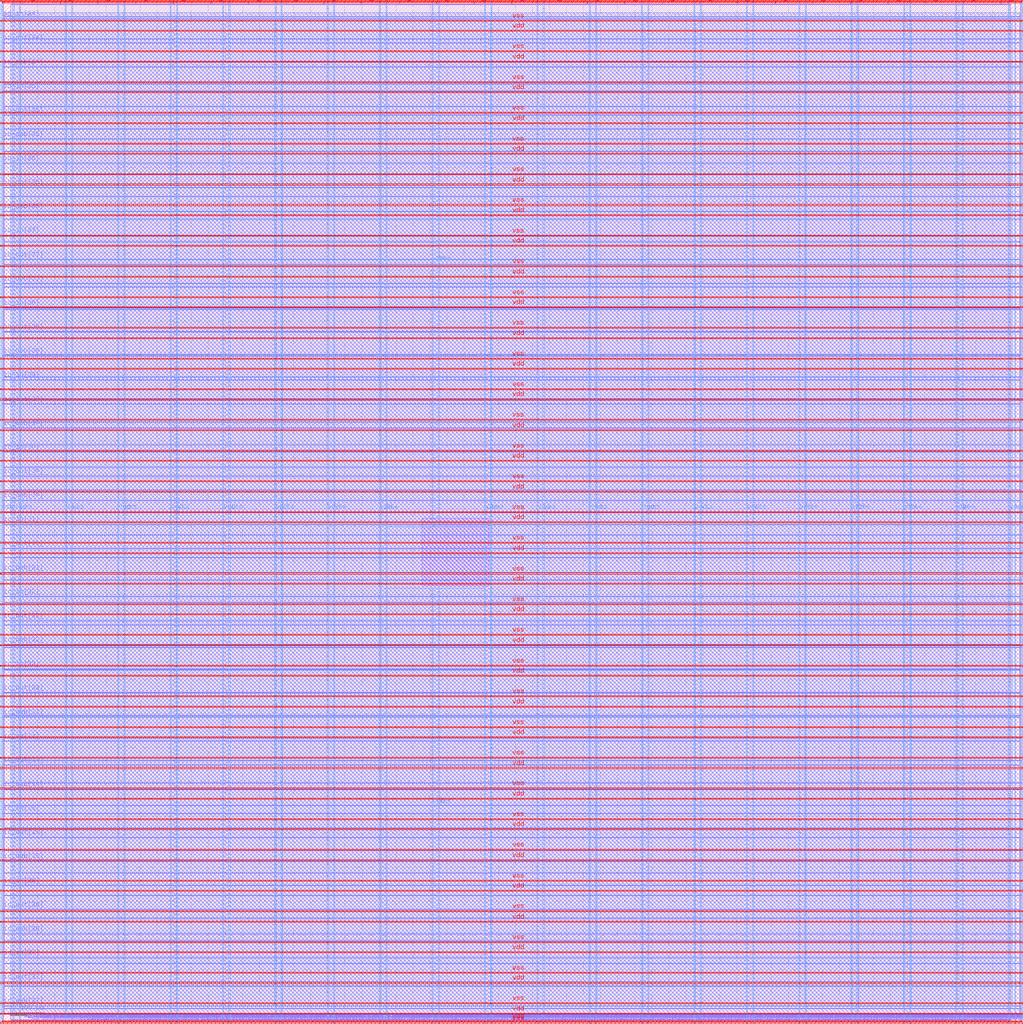
<source format=lef>
VERSION 5.7 ;
  NOWIREEXTENSIONATPIN ON ;
  DIVIDERCHAR "/" ;
  BUSBITCHARS "[]" ;
MACRO user_project_wrapper
  CLASS BLOCK ;
  FOREIGN user_project_wrapper ;
  ORIGIN 0.000 0.000 ;
  SIZE 2980.200 BY 2980.200 ;
  PIN io_in[0]
    DIRECTION INPUT ;
    USE SIGNAL ;
    PORT
      LAYER Metal3 ;
        RECT 2977.800 35.560 2985.000 36.680 ;
    END
  END io_in[0]
  PIN io_in[10]
    DIRECTION INPUT ;
    USE SIGNAL ;
    PORT
      LAYER Metal3 ;
        RECT 2977.800 2017.960 2985.000 2019.080 ;
    END
  END io_in[10]
  PIN io_in[11]
    DIRECTION INPUT ;
    USE SIGNAL ;
    PORT
      LAYER Metal3 ;
        RECT 2977.800 2216.200 2985.000 2217.320 ;
    END
  END io_in[11]
  PIN io_in[12]
    DIRECTION INPUT ;
    USE SIGNAL ;
    PORT
      LAYER Metal3 ;
        RECT 2977.800 2414.440 2985.000 2415.560 ;
    END
  END io_in[12]
  PIN io_in[13]
    DIRECTION INPUT ;
    USE SIGNAL ;
    PORT
      LAYER Metal3 ;
        RECT 2977.800 2612.680 2985.000 2613.800 ;
    END
  END io_in[13]
  PIN io_in[14]
    DIRECTION INPUT ;
    USE SIGNAL ;
    PORT
      LAYER Metal3 ;
        RECT 2977.800 2810.920 2985.000 2812.040 ;
    END
  END io_in[14]
  PIN io_in[15]
    DIRECTION INPUT ;
    USE SIGNAL ;
    PORT
      LAYER Metal2 ;
        RECT 2923.480 2977.800 2924.600 2985.000 ;
    END
  END io_in[15]
  PIN io_in[16]
    DIRECTION INPUT ;
    USE SIGNAL ;
    PORT
      LAYER Metal2 ;
        RECT 2592.520 2977.800 2593.640 2985.000 ;
    END
  END io_in[16]
  PIN io_in[17]
    DIRECTION INPUT ;
    USE SIGNAL ;
    PORT
      LAYER Metal2 ;
        RECT 2261.560 2977.800 2262.680 2985.000 ;
    END
  END io_in[17]
  PIN io_in[18]
    DIRECTION INPUT ;
    USE SIGNAL ;
    PORT
      LAYER Metal2 ;
        RECT 1930.600 2977.800 1931.720 2985.000 ;
    END
  END io_in[18]
  PIN io_in[19]
    DIRECTION INPUT ;
    USE SIGNAL ;
    PORT
      LAYER Metal2 ;
        RECT 1599.640 2977.800 1600.760 2985.000 ;
    END
  END io_in[19]
  PIN io_in[1]
    DIRECTION INPUT ;
    USE SIGNAL ;
    PORT
      LAYER Metal3 ;
        RECT 2977.800 233.800 2985.000 234.920 ;
    END
  END io_in[1]
  PIN io_in[20]
    DIRECTION INPUT ;
    USE SIGNAL ;
    PORT
      LAYER Metal2 ;
        RECT 1268.680 2977.800 1269.800 2985.000 ;
    END
  END io_in[20]
  PIN io_in[21]
    DIRECTION INPUT ;
    USE SIGNAL ;
    PORT
      LAYER Metal2 ;
        RECT 937.720 2977.800 938.840 2985.000 ;
    END
  END io_in[21]
  PIN io_in[22]
    DIRECTION INPUT ;
    USE SIGNAL ;
    PORT
      LAYER Metal2 ;
        RECT 606.760 2977.800 607.880 2985.000 ;
    END
  END io_in[22]
  PIN io_in[23]
    DIRECTION INPUT ;
    USE SIGNAL ;
    PORT
      LAYER Metal2 ;
        RECT 275.800 2977.800 276.920 2985.000 ;
    END
  END io_in[23]
  PIN io_in[24]
    DIRECTION INPUT ;
    USE SIGNAL ;
    PORT
      LAYER Metal3 ;
        RECT -4.800 2935.800 2.400 2936.920 ;
    END
  END io_in[24]
  PIN io_in[25]
    DIRECTION INPUT ;
    USE SIGNAL ;
    PORT
      LAYER Metal3 ;
        RECT -4.800 2724.120 2.400 2725.240 ;
    END
  END io_in[25]
  PIN io_in[26]
    DIRECTION INPUT ;
    USE SIGNAL ;
    PORT
      LAYER Metal3 ;
        RECT -4.800 2512.440 2.400 2513.560 ;
    END
  END io_in[26]
  PIN io_in[27]
    DIRECTION INPUT ;
    USE SIGNAL ;
    PORT
      LAYER Metal3 ;
        RECT -4.800 2300.760 2.400 2301.880 ;
    END
  END io_in[27]
  PIN io_in[28]
    DIRECTION INPUT ;
    USE SIGNAL ;
    PORT
      LAYER Metal3 ;
        RECT -4.800 2089.080 2.400 2090.200 ;
    END
  END io_in[28]
  PIN io_in[29]
    DIRECTION INPUT ;
    USE SIGNAL ;
    PORT
      LAYER Metal3 ;
        RECT -4.800 1877.400 2.400 1878.520 ;
    END
  END io_in[29]
  PIN io_in[2]
    DIRECTION INPUT ;
    USE SIGNAL ;
    PORT
      LAYER Metal3 ;
        RECT 2977.800 432.040 2985.000 433.160 ;
    END
  END io_in[2]
  PIN io_in[30]
    DIRECTION INPUT ;
    USE SIGNAL ;
    PORT
      LAYER Metal3 ;
        RECT -4.800 1665.720 2.400 1666.840 ;
    END
  END io_in[30]
  PIN io_in[31]
    DIRECTION INPUT ;
    USE SIGNAL ;
    PORT
      LAYER Metal3 ;
        RECT -4.800 1454.040 2.400 1455.160 ;
    END
  END io_in[31]
  PIN io_in[32]
    DIRECTION INPUT ;
    USE SIGNAL ;
    PORT
      LAYER Metal3 ;
        RECT -4.800 1242.360 2.400 1243.480 ;
    END
  END io_in[32]
  PIN io_in[33]
    DIRECTION INPUT ;
    USE SIGNAL ;
    PORT
      LAYER Metal3 ;
        RECT -4.800 1030.680 2.400 1031.800 ;
    END
  END io_in[33]
  PIN io_in[34]
    DIRECTION INPUT ;
    USE SIGNAL ;
    PORT
      LAYER Metal3 ;
        RECT -4.800 819.000 2.400 820.120 ;
    END
  END io_in[34]
  PIN io_in[35]
    DIRECTION INPUT ;
    USE SIGNAL ;
    PORT
      LAYER Metal3 ;
        RECT -4.800 607.320 2.400 608.440 ;
    END
  END io_in[35]
  PIN io_in[36]
    DIRECTION INPUT ;
    USE SIGNAL ;
    PORT
      LAYER Metal3 ;
        RECT -4.800 395.640 2.400 396.760 ;
    END
  END io_in[36]
  PIN io_in[37]
    DIRECTION INPUT ;
    USE SIGNAL ;
    PORT
      LAYER Metal3 ;
        RECT -4.800 183.960 2.400 185.080 ;
    END
  END io_in[37]
  PIN io_in[3]
    DIRECTION INPUT ;
    USE SIGNAL ;
    PORT
      LAYER Metal3 ;
        RECT 2977.800 630.280 2985.000 631.400 ;
    END
  END io_in[3]
  PIN io_in[4]
    DIRECTION INPUT ;
    USE SIGNAL ;
    PORT
      LAYER Metal3 ;
        RECT 2977.800 828.520 2985.000 829.640 ;
    END
  END io_in[4]
  PIN io_in[5]
    DIRECTION INPUT ;
    USE SIGNAL ;
    PORT
      LAYER Metal3 ;
        RECT 2977.800 1026.760 2985.000 1027.880 ;
    END
  END io_in[5]
  PIN io_in[6]
    DIRECTION INPUT ;
    USE SIGNAL ;
    PORT
      LAYER Metal3 ;
        RECT 2977.800 1225.000 2985.000 1226.120 ;
    END
  END io_in[6]
  PIN io_in[7]
    DIRECTION INPUT ;
    USE SIGNAL ;
    PORT
      LAYER Metal3 ;
        RECT 2977.800 1423.240 2985.000 1424.360 ;
    END
  END io_in[7]
  PIN io_in[8]
    DIRECTION INPUT ;
    USE SIGNAL ;
    PORT
      LAYER Metal3 ;
        RECT 2977.800 1621.480 2985.000 1622.600 ;
    END
  END io_in[8]
  PIN io_in[9]
    DIRECTION INPUT ;
    USE SIGNAL ;
    PORT
      LAYER Metal3 ;
        RECT 2977.800 1819.720 2985.000 1820.840 ;
    END
  END io_in[9]
  PIN io_oeb[0]
    DIRECTION OUTPUT TRISTATE ;
    USE SIGNAL ;
    PORT
      LAYER Metal3 ;
        RECT 2977.800 167.720 2985.000 168.840 ;
    END
  END io_oeb[0]
  PIN io_oeb[10]
    DIRECTION OUTPUT TRISTATE ;
    USE SIGNAL ;
    PORT
      LAYER Metal3 ;
        RECT 2977.800 2150.120 2985.000 2151.240 ;
    END
  END io_oeb[10]
  PIN io_oeb[11]
    DIRECTION OUTPUT TRISTATE ;
    USE SIGNAL ;
    PORT
      LAYER Metal3 ;
        RECT 2977.800 2348.360 2985.000 2349.480 ;
    END
  END io_oeb[11]
  PIN io_oeb[12]
    DIRECTION OUTPUT TRISTATE ;
    USE SIGNAL ;
    PORT
      LAYER Metal3 ;
        RECT 2977.800 2546.600 2985.000 2547.720 ;
    END
  END io_oeb[12]
  PIN io_oeb[13]
    DIRECTION OUTPUT TRISTATE ;
    USE SIGNAL ;
    PORT
      LAYER Metal3 ;
        RECT 2977.800 2744.840 2985.000 2745.960 ;
    END
  END io_oeb[13]
  PIN io_oeb[14]
    DIRECTION OUTPUT TRISTATE ;
    USE SIGNAL ;
    PORT
      LAYER Metal3 ;
        RECT 2977.800 2943.080 2985.000 2944.200 ;
    END
  END io_oeb[14]
  PIN io_oeb[15]
    DIRECTION OUTPUT TRISTATE ;
    USE SIGNAL ;
    PORT
      LAYER Metal2 ;
        RECT 2702.840 2977.800 2703.960 2985.000 ;
    END
  END io_oeb[15]
  PIN io_oeb[16]
    DIRECTION OUTPUT TRISTATE ;
    USE SIGNAL ;
    PORT
      LAYER Metal2 ;
        RECT 2371.880 2977.800 2373.000 2985.000 ;
    END
  END io_oeb[16]
  PIN io_oeb[17]
    DIRECTION OUTPUT TRISTATE ;
    USE SIGNAL ;
    PORT
      LAYER Metal2 ;
        RECT 2040.920 2977.800 2042.040 2985.000 ;
    END
  END io_oeb[17]
  PIN io_oeb[18]
    DIRECTION OUTPUT TRISTATE ;
    USE SIGNAL ;
    PORT
      LAYER Metal2 ;
        RECT 1709.960 2977.800 1711.080 2985.000 ;
    END
  END io_oeb[18]
  PIN io_oeb[19]
    DIRECTION OUTPUT TRISTATE ;
    USE SIGNAL ;
    PORT
      LAYER Metal2 ;
        RECT 1379.000 2977.800 1380.120 2985.000 ;
    END
  END io_oeb[19]
  PIN io_oeb[1]
    DIRECTION OUTPUT TRISTATE ;
    USE SIGNAL ;
    PORT
      LAYER Metal3 ;
        RECT 2977.800 365.960 2985.000 367.080 ;
    END
  END io_oeb[1]
  PIN io_oeb[20]
    DIRECTION OUTPUT TRISTATE ;
    USE SIGNAL ;
    PORT
      LAYER Metal2 ;
        RECT 1048.040 2977.800 1049.160 2985.000 ;
    END
  END io_oeb[20]
  PIN io_oeb[21]
    DIRECTION OUTPUT TRISTATE ;
    USE SIGNAL ;
    PORT
      LAYER Metal2 ;
        RECT 717.080 2977.800 718.200 2985.000 ;
    END
  END io_oeb[21]
  PIN io_oeb[22]
    DIRECTION OUTPUT TRISTATE ;
    USE SIGNAL ;
    PORT
      LAYER Metal2 ;
        RECT 386.120 2977.800 387.240 2985.000 ;
    END
  END io_oeb[22]
  PIN io_oeb[23]
    DIRECTION OUTPUT TRISTATE ;
    USE SIGNAL ;
    PORT
      LAYER Metal2 ;
        RECT 55.160 2977.800 56.280 2985.000 ;
    END
  END io_oeb[23]
  PIN io_oeb[24]
    DIRECTION OUTPUT TRISTATE ;
    USE SIGNAL ;
    PORT
      LAYER Metal3 ;
        RECT -4.800 2794.680 2.400 2795.800 ;
    END
  END io_oeb[24]
  PIN io_oeb[25]
    DIRECTION OUTPUT TRISTATE ;
    USE SIGNAL ;
    PORT
      LAYER Metal3 ;
        RECT -4.800 2583.000 2.400 2584.120 ;
    END
  END io_oeb[25]
  PIN io_oeb[26]
    DIRECTION OUTPUT TRISTATE ;
    USE SIGNAL ;
    PORT
      LAYER Metal3 ;
        RECT -4.800 2371.320 2.400 2372.440 ;
    END
  END io_oeb[26]
  PIN io_oeb[27]
    DIRECTION OUTPUT TRISTATE ;
    USE SIGNAL ;
    PORT
      LAYER Metal3 ;
        RECT -4.800 2159.640 2.400 2160.760 ;
    END
  END io_oeb[27]
  PIN io_oeb[28]
    DIRECTION OUTPUT TRISTATE ;
    USE SIGNAL ;
    PORT
      LAYER Metal3 ;
        RECT -4.800 1947.960 2.400 1949.080 ;
    END
  END io_oeb[28]
  PIN io_oeb[29]
    DIRECTION OUTPUT TRISTATE ;
    USE SIGNAL ;
    PORT
      LAYER Metal3 ;
        RECT -4.800 1736.280 2.400 1737.400 ;
    END
  END io_oeb[29]
  PIN io_oeb[2]
    DIRECTION OUTPUT TRISTATE ;
    USE SIGNAL ;
    PORT
      LAYER Metal3 ;
        RECT 2977.800 564.200 2985.000 565.320 ;
    END
  END io_oeb[2]
  PIN io_oeb[30]
    DIRECTION OUTPUT TRISTATE ;
    USE SIGNAL ;
    PORT
      LAYER Metal3 ;
        RECT -4.800 1524.600 2.400 1525.720 ;
    END
  END io_oeb[30]
  PIN io_oeb[31]
    DIRECTION OUTPUT TRISTATE ;
    USE SIGNAL ;
    PORT
      LAYER Metal3 ;
        RECT -4.800 1312.920 2.400 1314.040 ;
    END
  END io_oeb[31]
  PIN io_oeb[32]
    DIRECTION OUTPUT TRISTATE ;
    USE SIGNAL ;
    PORT
      LAYER Metal3 ;
        RECT -4.800 1101.240 2.400 1102.360 ;
    END
  END io_oeb[32]
  PIN io_oeb[33]
    DIRECTION OUTPUT TRISTATE ;
    USE SIGNAL ;
    PORT
      LAYER Metal3 ;
        RECT -4.800 889.560 2.400 890.680 ;
    END
  END io_oeb[33]
  PIN io_oeb[34]
    DIRECTION OUTPUT TRISTATE ;
    USE SIGNAL ;
    PORT
      LAYER Metal3 ;
        RECT -4.800 677.880 2.400 679.000 ;
    END
  END io_oeb[34]
  PIN io_oeb[35]
    DIRECTION OUTPUT TRISTATE ;
    USE SIGNAL ;
    PORT
      LAYER Metal3 ;
        RECT -4.800 466.200 2.400 467.320 ;
    END
  END io_oeb[35]
  PIN io_oeb[36]
    DIRECTION OUTPUT TRISTATE ;
    USE SIGNAL ;
    PORT
      LAYER Metal3 ;
        RECT -4.800 254.520 2.400 255.640 ;
    END
  END io_oeb[36]
  PIN io_oeb[37]
    DIRECTION OUTPUT TRISTATE ;
    USE SIGNAL ;
    PORT
      LAYER Metal3 ;
        RECT -4.800 42.840 2.400 43.960 ;
    END
  END io_oeb[37]
  PIN io_oeb[3]
    DIRECTION OUTPUT TRISTATE ;
    USE SIGNAL ;
    PORT
      LAYER Metal3 ;
        RECT 2977.800 762.440 2985.000 763.560 ;
    END
  END io_oeb[3]
  PIN io_oeb[4]
    DIRECTION OUTPUT TRISTATE ;
    USE SIGNAL ;
    PORT
      LAYER Metal3 ;
        RECT 2977.800 960.680 2985.000 961.800 ;
    END
  END io_oeb[4]
  PIN io_oeb[5]
    DIRECTION OUTPUT TRISTATE ;
    USE SIGNAL ;
    PORT
      LAYER Metal3 ;
        RECT 2977.800 1158.920 2985.000 1160.040 ;
    END
  END io_oeb[5]
  PIN io_oeb[6]
    DIRECTION OUTPUT TRISTATE ;
    USE SIGNAL ;
    PORT
      LAYER Metal3 ;
        RECT 2977.800 1357.160 2985.000 1358.280 ;
    END
  END io_oeb[6]
  PIN io_oeb[7]
    DIRECTION OUTPUT TRISTATE ;
    USE SIGNAL ;
    PORT
      LAYER Metal3 ;
        RECT 2977.800 1555.400 2985.000 1556.520 ;
    END
  END io_oeb[7]
  PIN io_oeb[8]
    DIRECTION OUTPUT TRISTATE ;
    USE SIGNAL ;
    PORT
      LAYER Metal3 ;
        RECT 2977.800 1753.640 2985.000 1754.760 ;
    END
  END io_oeb[8]
  PIN io_oeb[9]
    DIRECTION OUTPUT TRISTATE ;
    USE SIGNAL ;
    PORT
      LAYER Metal3 ;
        RECT 2977.800 1951.880 2985.000 1953.000 ;
    END
  END io_oeb[9]
  PIN io_out[0]
    DIRECTION OUTPUT TRISTATE ;
    USE SIGNAL ;
    PORT
      LAYER Metal3 ;
        RECT 2977.800 101.640 2985.000 102.760 ;
    END
  END io_out[0]
  PIN io_out[10]
    DIRECTION OUTPUT TRISTATE ;
    USE SIGNAL ;
    PORT
      LAYER Metal3 ;
        RECT 2977.800 2084.040 2985.000 2085.160 ;
    END
  END io_out[10]
  PIN io_out[11]
    DIRECTION OUTPUT TRISTATE ;
    USE SIGNAL ;
    PORT
      LAYER Metal3 ;
        RECT 2977.800 2282.280 2985.000 2283.400 ;
    END
  END io_out[11]
  PIN io_out[12]
    DIRECTION OUTPUT TRISTATE ;
    USE SIGNAL ;
    PORT
      LAYER Metal3 ;
        RECT 2977.800 2480.520 2985.000 2481.640 ;
    END
  END io_out[12]
  PIN io_out[13]
    DIRECTION OUTPUT TRISTATE ;
    USE SIGNAL ;
    PORT
      LAYER Metal3 ;
        RECT 2977.800 2678.760 2985.000 2679.880 ;
    END
  END io_out[13]
  PIN io_out[14]
    DIRECTION OUTPUT TRISTATE ;
    USE SIGNAL ;
    PORT
      LAYER Metal3 ;
        RECT 2977.800 2877.000 2985.000 2878.120 ;
    END
  END io_out[14]
  PIN io_out[15]
    DIRECTION OUTPUT TRISTATE ;
    USE SIGNAL ;
    PORT
      LAYER Metal2 ;
        RECT 2813.160 2977.800 2814.280 2985.000 ;
    END
  END io_out[15]
  PIN io_out[16]
    DIRECTION OUTPUT TRISTATE ;
    USE SIGNAL ;
    PORT
      LAYER Metal2 ;
        RECT 2482.200 2977.800 2483.320 2985.000 ;
    END
  END io_out[16]
  PIN io_out[17]
    DIRECTION OUTPUT TRISTATE ;
    USE SIGNAL ;
    PORT
      LAYER Metal2 ;
        RECT 2151.240 2977.800 2152.360 2985.000 ;
    END
  END io_out[17]
  PIN io_out[18]
    DIRECTION OUTPUT TRISTATE ;
    USE SIGNAL ;
    PORT
      LAYER Metal2 ;
        RECT 1820.280 2977.800 1821.400 2985.000 ;
    END
  END io_out[18]
  PIN io_out[19]
    DIRECTION OUTPUT TRISTATE ;
    USE SIGNAL ;
    PORT
      LAYER Metal2 ;
        RECT 1489.320 2977.800 1490.440 2985.000 ;
    END
  END io_out[19]
  PIN io_out[1]
    DIRECTION OUTPUT TRISTATE ;
    USE SIGNAL ;
    PORT
      LAYER Metal3 ;
        RECT 2977.800 299.880 2985.000 301.000 ;
    END
  END io_out[1]
  PIN io_out[20]
    DIRECTION OUTPUT TRISTATE ;
    USE SIGNAL ;
    PORT
      LAYER Metal2 ;
        RECT 1158.360 2977.800 1159.480 2985.000 ;
    END
  END io_out[20]
  PIN io_out[21]
    DIRECTION OUTPUT TRISTATE ;
    USE SIGNAL ;
    PORT
      LAYER Metal2 ;
        RECT 827.400 2977.800 828.520 2985.000 ;
    END
  END io_out[21]
  PIN io_out[22]
    DIRECTION OUTPUT TRISTATE ;
    USE SIGNAL ;
    PORT
      LAYER Metal2 ;
        RECT 496.440 2977.800 497.560 2985.000 ;
    END
  END io_out[22]
  PIN io_out[23]
    DIRECTION OUTPUT TRISTATE ;
    USE SIGNAL ;
    PORT
      LAYER Metal2 ;
        RECT 165.480 2977.800 166.600 2985.000 ;
    END
  END io_out[23]
  PIN io_out[24]
    DIRECTION OUTPUT TRISTATE ;
    USE SIGNAL ;
    PORT
      LAYER Metal3 ;
        RECT -4.800 2865.240 2.400 2866.360 ;
    END
  END io_out[24]
  PIN io_out[25]
    DIRECTION OUTPUT TRISTATE ;
    USE SIGNAL ;
    PORT
      LAYER Metal3 ;
        RECT -4.800 2653.560 2.400 2654.680 ;
    END
  END io_out[25]
  PIN io_out[26]
    DIRECTION OUTPUT TRISTATE ;
    USE SIGNAL ;
    PORT
      LAYER Metal3 ;
        RECT -4.800 2441.880 2.400 2443.000 ;
    END
  END io_out[26]
  PIN io_out[27]
    DIRECTION OUTPUT TRISTATE ;
    USE SIGNAL ;
    PORT
      LAYER Metal3 ;
        RECT -4.800 2230.200 2.400 2231.320 ;
    END
  END io_out[27]
  PIN io_out[28]
    DIRECTION OUTPUT TRISTATE ;
    USE SIGNAL ;
    PORT
      LAYER Metal3 ;
        RECT -4.800 2018.520 2.400 2019.640 ;
    END
  END io_out[28]
  PIN io_out[29]
    DIRECTION OUTPUT TRISTATE ;
    USE SIGNAL ;
    PORT
      LAYER Metal3 ;
        RECT -4.800 1806.840 2.400 1807.960 ;
    END
  END io_out[29]
  PIN io_out[2]
    DIRECTION OUTPUT TRISTATE ;
    USE SIGNAL ;
    PORT
      LAYER Metal3 ;
        RECT 2977.800 498.120 2985.000 499.240 ;
    END
  END io_out[2]
  PIN io_out[30]
    DIRECTION OUTPUT TRISTATE ;
    USE SIGNAL ;
    PORT
      LAYER Metal3 ;
        RECT -4.800 1595.160 2.400 1596.280 ;
    END
  END io_out[30]
  PIN io_out[31]
    DIRECTION OUTPUT TRISTATE ;
    USE SIGNAL ;
    PORT
      LAYER Metal3 ;
        RECT -4.800 1383.480 2.400 1384.600 ;
    END
  END io_out[31]
  PIN io_out[32]
    DIRECTION OUTPUT TRISTATE ;
    USE SIGNAL ;
    PORT
      LAYER Metal3 ;
        RECT -4.800 1171.800 2.400 1172.920 ;
    END
  END io_out[32]
  PIN io_out[33]
    DIRECTION OUTPUT TRISTATE ;
    USE SIGNAL ;
    PORT
      LAYER Metal3 ;
        RECT -4.800 960.120 2.400 961.240 ;
    END
  END io_out[33]
  PIN io_out[34]
    DIRECTION OUTPUT TRISTATE ;
    USE SIGNAL ;
    PORT
      LAYER Metal3 ;
        RECT -4.800 748.440 2.400 749.560 ;
    END
  END io_out[34]
  PIN io_out[35]
    DIRECTION OUTPUT TRISTATE ;
    USE SIGNAL ;
    PORT
      LAYER Metal3 ;
        RECT -4.800 536.760 2.400 537.880 ;
    END
  END io_out[35]
  PIN io_out[36]
    DIRECTION OUTPUT TRISTATE ;
    USE SIGNAL ;
    PORT
      LAYER Metal3 ;
        RECT -4.800 325.080 2.400 326.200 ;
    END
  END io_out[36]
  PIN io_out[37]
    DIRECTION OUTPUT TRISTATE ;
    USE SIGNAL ;
    PORT
      LAYER Metal3 ;
        RECT -4.800 113.400 2.400 114.520 ;
    END
  END io_out[37]
  PIN io_out[3]
    DIRECTION OUTPUT TRISTATE ;
    USE SIGNAL ;
    PORT
      LAYER Metal3 ;
        RECT 2977.800 696.360 2985.000 697.480 ;
    END
  END io_out[3]
  PIN io_out[4]
    DIRECTION OUTPUT TRISTATE ;
    USE SIGNAL ;
    PORT
      LAYER Metal3 ;
        RECT 2977.800 894.600 2985.000 895.720 ;
    END
  END io_out[4]
  PIN io_out[5]
    DIRECTION OUTPUT TRISTATE ;
    USE SIGNAL ;
    PORT
      LAYER Metal3 ;
        RECT 2977.800 1092.840 2985.000 1093.960 ;
    END
  END io_out[5]
  PIN io_out[6]
    DIRECTION OUTPUT TRISTATE ;
    USE SIGNAL ;
    PORT
      LAYER Metal3 ;
        RECT 2977.800 1291.080 2985.000 1292.200 ;
    END
  END io_out[6]
  PIN io_out[7]
    DIRECTION OUTPUT TRISTATE ;
    USE SIGNAL ;
    PORT
      LAYER Metal3 ;
        RECT 2977.800 1489.320 2985.000 1490.440 ;
    END
  END io_out[7]
  PIN io_out[8]
    DIRECTION OUTPUT TRISTATE ;
    USE SIGNAL ;
    PORT
      LAYER Metal3 ;
        RECT 2977.800 1687.560 2985.000 1688.680 ;
    END
  END io_out[8]
  PIN io_out[9]
    DIRECTION OUTPUT TRISTATE ;
    USE SIGNAL ;
    PORT
      LAYER Metal3 ;
        RECT 2977.800 1885.800 2985.000 1886.920 ;
    END
  END io_out[9]
  PIN la_data_in[0]
    DIRECTION INPUT ;
    USE SIGNAL ;
    PORT
      LAYER Metal2 ;
        RECT 1065.960 -4.800 1067.080 2.400 ;
    END
  END la_data_in[0]
  PIN la_data_in[10]
    DIRECTION INPUT ;
    USE SIGNAL ;
    PORT
      LAYER Metal2 ;
        RECT 1351.560 -4.800 1352.680 2.400 ;
    END
  END la_data_in[10]
  PIN la_data_in[11]
    DIRECTION INPUT ;
    USE SIGNAL ;
    PORT
      LAYER Metal2 ;
        RECT 1380.120 -4.800 1381.240 2.400 ;
    END
  END la_data_in[11]
  PIN la_data_in[12]
    DIRECTION INPUT ;
    USE SIGNAL ;
    PORT
      LAYER Metal2 ;
        RECT 1408.680 -4.800 1409.800 2.400 ;
    END
  END la_data_in[12]
  PIN la_data_in[13]
    DIRECTION INPUT ;
    USE SIGNAL ;
    PORT
      LAYER Metal2 ;
        RECT 1437.240 -4.800 1438.360 2.400 ;
    END
  END la_data_in[13]
  PIN la_data_in[14]
    DIRECTION INPUT ;
    USE SIGNAL ;
    PORT
      LAYER Metal2 ;
        RECT 1465.800 -4.800 1466.920 2.400 ;
    END
  END la_data_in[14]
  PIN la_data_in[15]
    DIRECTION INPUT ;
    USE SIGNAL ;
    PORT
      LAYER Metal2 ;
        RECT 1494.360 -4.800 1495.480 2.400 ;
    END
  END la_data_in[15]
  PIN la_data_in[16]
    DIRECTION INPUT ;
    USE SIGNAL ;
    PORT
      LAYER Metal2 ;
        RECT 1522.920 -4.800 1524.040 2.400 ;
    END
  END la_data_in[16]
  PIN la_data_in[17]
    DIRECTION INPUT ;
    USE SIGNAL ;
    PORT
      LAYER Metal2 ;
        RECT 1551.480 -4.800 1552.600 2.400 ;
    END
  END la_data_in[17]
  PIN la_data_in[18]
    DIRECTION INPUT ;
    USE SIGNAL ;
    PORT
      LAYER Metal2 ;
        RECT 1580.040 -4.800 1581.160 2.400 ;
    END
  END la_data_in[18]
  PIN la_data_in[19]
    DIRECTION INPUT ;
    USE SIGNAL ;
    PORT
      LAYER Metal2 ;
        RECT 1608.600 -4.800 1609.720 2.400 ;
    END
  END la_data_in[19]
  PIN la_data_in[1]
    DIRECTION INPUT ;
    USE SIGNAL ;
    PORT
      LAYER Metal2 ;
        RECT 1094.520 -4.800 1095.640 2.400 ;
    END
  END la_data_in[1]
  PIN la_data_in[20]
    DIRECTION INPUT ;
    USE SIGNAL ;
    PORT
      LAYER Metal2 ;
        RECT 1637.160 -4.800 1638.280 2.400 ;
    END
  END la_data_in[20]
  PIN la_data_in[21]
    DIRECTION INPUT ;
    USE SIGNAL ;
    PORT
      LAYER Metal2 ;
        RECT 1665.720 -4.800 1666.840 2.400 ;
    END
  END la_data_in[21]
  PIN la_data_in[22]
    DIRECTION INPUT ;
    USE SIGNAL ;
    PORT
      LAYER Metal2 ;
        RECT 1694.280 -4.800 1695.400 2.400 ;
    END
  END la_data_in[22]
  PIN la_data_in[23]
    DIRECTION INPUT ;
    USE SIGNAL ;
    PORT
      LAYER Metal2 ;
        RECT 1722.840 -4.800 1723.960 2.400 ;
    END
  END la_data_in[23]
  PIN la_data_in[24]
    DIRECTION INPUT ;
    USE SIGNAL ;
    PORT
      LAYER Metal2 ;
        RECT 1751.400 -4.800 1752.520 2.400 ;
    END
  END la_data_in[24]
  PIN la_data_in[25]
    DIRECTION INPUT ;
    USE SIGNAL ;
    PORT
      LAYER Metal2 ;
        RECT 1779.960 -4.800 1781.080 2.400 ;
    END
  END la_data_in[25]
  PIN la_data_in[26]
    DIRECTION INPUT ;
    USE SIGNAL ;
    PORT
      LAYER Metal2 ;
        RECT 1808.520 -4.800 1809.640 2.400 ;
    END
  END la_data_in[26]
  PIN la_data_in[27]
    DIRECTION INPUT ;
    USE SIGNAL ;
    PORT
      LAYER Metal2 ;
        RECT 1837.080 -4.800 1838.200 2.400 ;
    END
  END la_data_in[27]
  PIN la_data_in[28]
    DIRECTION INPUT ;
    USE SIGNAL ;
    PORT
      LAYER Metal2 ;
        RECT 1865.640 -4.800 1866.760 2.400 ;
    END
  END la_data_in[28]
  PIN la_data_in[29]
    DIRECTION INPUT ;
    USE SIGNAL ;
    PORT
      LAYER Metal2 ;
        RECT 1894.200 -4.800 1895.320 2.400 ;
    END
  END la_data_in[29]
  PIN la_data_in[2]
    DIRECTION INPUT ;
    USE SIGNAL ;
    PORT
      LAYER Metal2 ;
        RECT 1123.080 -4.800 1124.200 2.400 ;
    END
  END la_data_in[2]
  PIN la_data_in[30]
    DIRECTION INPUT ;
    USE SIGNAL ;
    PORT
      LAYER Metal2 ;
        RECT 1922.760 -4.800 1923.880 2.400 ;
    END
  END la_data_in[30]
  PIN la_data_in[31]
    DIRECTION INPUT ;
    USE SIGNAL ;
    PORT
      LAYER Metal2 ;
        RECT 1951.320 -4.800 1952.440 2.400 ;
    END
  END la_data_in[31]
  PIN la_data_in[32]
    DIRECTION INPUT ;
    USE SIGNAL ;
    PORT
      LAYER Metal2 ;
        RECT 1979.880 -4.800 1981.000 2.400 ;
    END
  END la_data_in[32]
  PIN la_data_in[33]
    DIRECTION INPUT ;
    USE SIGNAL ;
    PORT
      LAYER Metal2 ;
        RECT 2008.440 -4.800 2009.560 2.400 ;
    END
  END la_data_in[33]
  PIN la_data_in[34]
    DIRECTION INPUT ;
    USE SIGNAL ;
    PORT
      LAYER Metal2 ;
        RECT 2037.000 -4.800 2038.120 2.400 ;
    END
  END la_data_in[34]
  PIN la_data_in[35]
    DIRECTION INPUT ;
    USE SIGNAL ;
    PORT
      LAYER Metal2 ;
        RECT 2065.560 -4.800 2066.680 2.400 ;
    END
  END la_data_in[35]
  PIN la_data_in[36]
    DIRECTION INPUT ;
    USE SIGNAL ;
    PORT
      LAYER Metal2 ;
        RECT 2094.120 -4.800 2095.240 2.400 ;
    END
  END la_data_in[36]
  PIN la_data_in[37]
    DIRECTION INPUT ;
    USE SIGNAL ;
    PORT
      LAYER Metal2 ;
        RECT 2122.680 -4.800 2123.800 2.400 ;
    END
  END la_data_in[37]
  PIN la_data_in[38]
    DIRECTION INPUT ;
    USE SIGNAL ;
    PORT
      LAYER Metal2 ;
        RECT 2151.240 -4.800 2152.360 2.400 ;
    END
  END la_data_in[38]
  PIN la_data_in[39]
    DIRECTION INPUT ;
    USE SIGNAL ;
    PORT
      LAYER Metal2 ;
        RECT 2179.800 -4.800 2180.920 2.400 ;
    END
  END la_data_in[39]
  PIN la_data_in[3]
    DIRECTION INPUT ;
    USE SIGNAL ;
    PORT
      LAYER Metal2 ;
        RECT 1151.640 -4.800 1152.760 2.400 ;
    END
  END la_data_in[3]
  PIN la_data_in[40]
    DIRECTION INPUT ;
    USE SIGNAL ;
    PORT
      LAYER Metal2 ;
        RECT 2208.360 -4.800 2209.480 2.400 ;
    END
  END la_data_in[40]
  PIN la_data_in[41]
    DIRECTION INPUT ;
    USE SIGNAL ;
    PORT
      LAYER Metal2 ;
        RECT 2236.920 -4.800 2238.040 2.400 ;
    END
  END la_data_in[41]
  PIN la_data_in[42]
    DIRECTION INPUT ;
    USE SIGNAL ;
    PORT
      LAYER Metal2 ;
        RECT 2265.480 -4.800 2266.600 2.400 ;
    END
  END la_data_in[42]
  PIN la_data_in[43]
    DIRECTION INPUT ;
    USE SIGNAL ;
    PORT
      LAYER Metal2 ;
        RECT 2294.040 -4.800 2295.160 2.400 ;
    END
  END la_data_in[43]
  PIN la_data_in[44]
    DIRECTION INPUT ;
    USE SIGNAL ;
    PORT
      LAYER Metal2 ;
        RECT 2322.600 -4.800 2323.720 2.400 ;
    END
  END la_data_in[44]
  PIN la_data_in[45]
    DIRECTION INPUT ;
    USE SIGNAL ;
    PORT
      LAYER Metal2 ;
        RECT 2351.160 -4.800 2352.280 2.400 ;
    END
  END la_data_in[45]
  PIN la_data_in[46]
    DIRECTION INPUT ;
    USE SIGNAL ;
    PORT
      LAYER Metal2 ;
        RECT 2379.720 -4.800 2380.840 2.400 ;
    END
  END la_data_in[46]
  PIN la_data_in[47]
    DIRECTION INPUT ;
    USE SIGNAL ;
    PORT
      LAYER Metal2 ;
        RECT 2408.280 -4.800 2409.400 2.400 ;
    END
  END la_data_in[47]
  PIN la_data_in[48]
    DIRECTION INPUT ;
    USE SIGNAL ;
    PORT
      LAYER Metal2 ;
        RECT 2436.840 -4.800 2437.960 2.400 ;
    END
  END la_data_in[48]
  PIN la_data_in[49]
    DIRECTION INPUT ;
    USE SIGNAL ;
    PORT
      LAYER Metal2 ;
        RECT 2465.400 -4.800 2466.520 2.400 ;
    END
  END la_data_in[49]
  PIN la_data_in[4]
    DIRECTION INPUT ;
    USE SIGNAL ;
    PORT
      LAYER Metal2 ;
        RECT 1180.200 -4.800 1181.320 2.400 ;
    END
  END la_data_in[4]
  PIN la_data_in[50]
    DIRECTION INPUT ;
    USE SIGNAL ;
    PORT
      LAYER Metal2 ;
        RECT 2493.960 -4.800 2495.080 2.400 ;
    END
  END la_data_in[50]
  PIN la_data_in[51]
    DIRECTION INPUT ;
    USE SIGNAL ;
    PORT
      LAYER Metal2 ;
        RECT 2522.520 -4.800 2523.640 2.400 ;
    END
  END la_data_in[51]
  PIN la_data_in[52]
    DIRECTION INPUT ;
    USE SIGNAL ;
    PORT
      LAYER Metal2 ;
        RECT 2551.080 -4.800 2552.200 2.400 ;
    END
  END la_data_in[52]
  PIN la_data_in[53]
    DIRECTION INPUT ;
    USE SIGNAL ;
    PORT
      LAYER Metal2 ;
        RECT 2579.640 -4.800 2580.760 2.400 ;
    END
  END la_data_in[53]
  PIN la_data_in[54]
    DIRECTION INPUT ;
    USE SIGNAL ;
    PORT
      LAYER Metal2 ;
        RECT 2608.200 -4.800 2609.320 2.400 ;
    END
  END la_data_in[54]
  PIN la_data_in[55]
    DIRECTION INPUT ;
    USE SIGNAL ;
    PORT
      LAYER Metal2 ;
        RECT 2636.760 -4.800 2637.880 2.400 ;
    END
  END la_data_in[55]
  PIN la_data_in[56]
    DIRECTION INPUT ;
    USE SIGNAL ;
    PORT
      LAYER Metal2 ;
        RECT 2665.320 -4.800 2666.440 2.400 ;
    END
  END la_data_in[56]
  PIN la_data_in[57]
    DIRECTION INPUT ;
    USE SIGNAL ;
    PORT
      LAYER Metal2 ;
        RECT 2693.880 -4.800 2695.000 2.400 ;
    END
  END la_data_in[57]
  PIN la_data_in[58]
    DIRECTION INPUT ;
    USE SIGNAL ;
    PORT
      LAYER Metal2 ;
        RECT 2722.440 -4.800 2723.560 2.400 ;
    END
  END la_data_in[58]
  PIN la_data_in[59]
    DIRECTION INPUT ;
    USE SIGNAL ;
    PORT
      LAYER Metal2 ;
        RECT 2751.000 -4.800 2752.120 2.400 ;
    END
  END la_data_in[59]
  PIN la_data_in[5]
    DIRECTION INPUT ;
    USE SIGNAL ;
    PORT
      LAYER Metal2 ;
        RECT 1208.760 -4.800 1209.880 2.400 ;
    END
  END la_data_in[5]
  PIN la_data_in[60]
    DIRECTION INPUT ;
    USE SIGNAL ;
    PORT
      LAYER Metal2 ;
        RECT 2779.560 -4.800 2780.680 2.400 ;
    END
  END la_data_in[60]
  PIN la_data_in[61]
    DIRECTION INPUT ;
    USE SIGNAL ;
    PORT
      LAYER Metal2 ;
        RECT 2808.120 -4.800 2809.240 2.400 ;
    END
  END la_data_in[61]
  PIN la_data_in[62]
    DIRECTION INPUT ;
    USE SIGNAL ;
    PORT
      LAYER Metal2 ;
        RECT 2836.680 -4.800 2837.800 2.400 ;
    END
  END la_data_in[62]
  PIN la_data_in[63]
    DIRECTION INPUT ;
    USE SIGNAL ;
    PORT
      LAYER Metal2 ;
        RECT 2865.240 -4.800 2866.360 2.400 ;
    END
  END la_data_in[63]
  PIN la_data_in[6]
    DIRECTION INPUT ;
    USE SIGNAL ;
    PORT
      LAYER Metal2 ;
        RECT 1237.320 -4.800 1238.440 2.400 ;
    END
  END la_data_in[6]
  PIN la_data_in[7]
    DIRECTION INPUT ;
    USE SIGNAL ;
    PORT
      LAYER Metal2 ;
        RECT 1265.880 -4.800 1267.000 2.400 ;
    END
  END la_data_in[7]
  PIN la_data_in[8]
    DIRECTION INPUT ;
    USE SIGNAL ;
    PORT
      LAYER Metal2 ;
        RECT 1294.440 -4.800 1295.560 2.400 ;
    END
  END la_data_in[8]
  PIN la_data_in[9]
    DIRECTION INPUT ;
    USE SIGNAL ;
    PORT
      LAYER Metal2 ;
        RECT 1323.000 -4.800 1324.120 2.400 ;
    END
  END la_data_in[9]
  PIN la_data_out[0]
    DIRECTION OUTPUT TRISTATE ;
    USE SIGNAL ;
    PORT
      LAYER Metal2 ;
        RECT 1075.480 -4.800 1076.600 2.400 ;
    END
  END la_data_out[0]
  PIN la_data_out[10]
    DIRECTION OUTPUT TRISTATE ;
    USE SIGNAL ;
    PORT
      LAYER Metal2 ;
        RECT 1361.080 -4.800 1362.200 2.400 ;
    END
  END la_data_out[10]
  PIN la_data_out[11]
    DIRECTION OUTPUT TRISTATE ;
    USE SIGNAL ;
    PORT
      LAYER Metal2 ;
        RECT 1389.640 -4.800 1390.760 2.400 ;
    END
  END la_data_out[11]
  PIN la_data_out[12]
    DIRECTION OUTPUT TRISTATE ;
    USE SIGNAL ;
    PORT
      LAYER Metal2 ;
        RECT 1418.200 -4.800 1419.320 2.400 ;
    END
  END la_data_out[12]
  PIN la_data_out[13]
    DIRECTION OUTPUT TRISTATE ;
    USE SIGNAL ;
    PORT
      LAYER Metal2 ;
        RECT 1446.760 -4.800 1447.880 2.400 ;
    END
  END la_data_out[13]
  PIN la_data_out[14]
    DIRECTION OUTPUT TRISTATE ;
    USE SIGNAL ;
    PORT
      LAYER Metal2 ;
        RECT 1475.320 -4.800 1476.440 2.400 ;
    END
  END la_data_out[14]
  PIN la_data_out[15]
    DIRECTION OUTPUT TRISTATE ;
    USE SIGNAL ;
    PORT
      LAYER Metal2 ;
        RECT 1503.880 -4.800 1505.000 2.400 ;
    END
  END la_data_out[15]
  PIN la_data_out[16]
    DIRECTION OUTPUT TRISTATE ;
    USE SIGNAL ;
    PORT
      LAYER Metal2 ;
        RECT 1532.440 -4.800 1533.560 2.400 ;
    END
  END la_data_out[16]
  PIN la_data_out[17]
    DIRECTION OUTPUT TRISTATE ;
    USE SIGNAL ;
    PORT
      LAYER Metal2 ;
        RECT 1561.000 -4.800 1562.120 2.400 ;
    END
  END la_data_out[17]
  PIN la_data_out[18]
    DIRECTION OUTPUT TRISTATE ;
    USE SIGNAL ;
    PORT
      LAYER Metal2 ;
        RECT 1589.560 -4.800 1590.680 2.400 ;
    END
  END la_data_out[18]
  PIN la_data_out[19]
    DIRECTION OUTPUT TRISTATE ;
    USE SIGNAL ;
    PORT
      LAYER Metal2 ;
        RECT 1618.120 -4.800 1619.240 2.400 ;
    END
  END la_data_out[19]
  PIN la_data_out[1]
    DIRECTION OUTPUT TRISTATE ;
    USE SIGNAL ;
    PORT
      LAYER Metal2 ;
        RECT 1104.040 -4.800 1105.160 2.400 ;
    END
  END la_data_out[1]
  PIN la_data_out[20]
    DIRECTION OUTPUT TRISTATE ;
    USE SIGNAL ;
    PORT
      LAYER Metal2 ;
        RECT 1646.680 -4.800 1647.800 2.400 ;
    END
  END la_data_out[20]
  PIN la_data_out[21]
    DIRECTION OUTPUT TRISTATE ;
    USE SIGNAL ;
    PORT
      LAYER Metal2 ;
        RECT 1675.240 -4.800 1676.360 2.400 ;
    END
  END la_data_out[21]
  PIN la_data_out[22]
    DIRECTION OUTPUT TRISTATE ;
    USE SIGNAL ;
    PORT
      LAYER Metal2 ;
        RECT 1703.800 -4.800 1704.920 2.400 ;
    END
  END la_data_out[22]
  PIN la_data_out[23]
    DIRECTION OUTPUT TRISTATE ;
    USE SIGNAL ;
    PORT
      LAYER Metal2 ;
        RECT 1732.360 -4.800 1733.480 2.400 ;
    END
  END la_data_out[23]
  PIN la_data_out[24]
    DIRECTION OUTPUT TRISTATE ;
    USE SIGNAL ;
    PORT
      LAYER Metal2 ;
        RECT 1760.920 -4.800 1762.040 2.400 ;
    END
  END la_data_out[24]
  PIN la_data_out[25]
    DIRECTION OUTPUT TRISTATE ;
    USE SIGNAL ;
    PORT
      LAYER Metal2 ;
        RECT 1789.480 -4.800 1790.600 2.400 ;
    END
  END la_data_out[25]
  PIN la_data_out[26]
    DIRECTION OUTPUT TRISTATE ;
    USE SIGNAL ;
    PORT
      LAYER Metal2 ;
        RECT 1818.040 -4.800 1819.160 2.400 ;
    END
  END la_data_out[26]
  PIN la_data_out[27]
    DIRECTION OUTPUT TRISTATE ;
    USE SIGNAL ;
    PORT
      LAYER Metal2 ;
        RECT 1846.600 -4.800 1847.720 2.400 ;
    END
  END la_data_out[27]
  PIN la_data_out[28]
    DIRECTION OUTPUT TRISTATE ;
    USE SIGNAL ;
    PORT
      LAYER Metal2 ;
        RECT 1875.160 -4.800 1876.280 2.400 ;
    END
  END la_data_out[28]
  PIN la_data_out[29]
    DIRECTION OUTPUT TRISTATE ;
    USE SIGNAL ;
    PORT
      LAYER Metal2 ;
        RECT 1903.720 -4.800 1904.840 2.400 ;
    END
  END la_data_out[29]
  PIN la_data_out[2]
    DIRECTION OUTPUT TRISTATE ;
    USE SIGNAL ;
    PORT
      LAYER Metal2 ;
        RECT 1132.600 -4.800 1133.720 2.400 ;
    END
  END la_data_out[2]
  PIN la_data_out[30]
    DIRECTION OUTPUT TRISTATE ;
    USE SIGNAL ;
    PORT
      LAYER Metal2 ;
        RECT 1932.280 -4.800 1933.400 2.400 ;
    END
  END la_data_out[30]
  PIN la_data_out[31]
    DIRECTION OUTPUT TRISTATE ;
    USE SIGNAL ;
    PORT
      LAYER Metal2 ;
        RECT 1960.840 -4.800 1961.960 2.400 ;
    END
  END la_data_out[31]
  PIN la_data_out[32]
    DIRECTION OUTPUT TRISTATE ;
    USE SIGNAL ;
    PORT
      LAYER Metal2 ;
        RECT 1989.400 -4.800 1990.520 2.400 ;
    END
  END la_data_out[32]
  PIN la_data_out[33]
    DIRECTION OUTPUT TRISTATE ;
    USE SIGNAL ;
    PORT
      LAYER Metal2 ;
        RECT 2017.960 -4.800 2019.080 2.400 ;
    END
  END la_data_out[33]
  PIN la_data_out[34]
    DIRECTION OUTPUT TRISTATE ;
    USE SIGNAL ;
    PORT
      LAYER Metal2 ;
        RECT 2046.520 -4.800 2047.640 2.400 ;
    END
  END la_data_out[34]
  PIN la_data_out[35]
    DIRECTION OUTPUT TRISTATE ;
    USE SIGNAL ;
    PORT
      LAYER Metal2 ;
        RECT 2075.080 -4.800 2076.200 2.400 ;
    END
  END la_data_out[35]
  PIN la_data_out[36]
    DIRECTION OUTPUT TRISTATE ;
    USE SIGNAL ;
    PORT
      LAYER Metal2 ;
        RECT 2103.640 -4.800 2104.760 2.400 ;
    END
  END la_data_out[36]
  PIN la_data_out[37]
    DIRECTION OUTPUT TRISTATE ;
    USE SIGNAL ;
    PORT
      LAYER Metal2 ;
        RECT 2132.200 -4.800 2133.320 2.400 ;
    END
  END la_data_out[37]
  PIN la_data_out[38]
    DIRECTION OUTPUT TRISTATE ;
    USE SIGNAL ;
    PORT
      LAYER Metal2 ;
        RECT 2160.760 -4.800 2161.880 2.400 ;
    END
  END la_data_out[38]
  PIN la_data_out[39]
    DIRECTION OUTPUT TRISTATE ;
    USE SIGNAL ;
    PORT
      LAYER Metal2 ;
        RECT 2189.320 -4.800 2190.440 2.400 ;
    END
  END la_data_out[39]
  PIN la_data_out[3]
    DIRECTION OUTPUT TRISTATE ;
    USE SIGNAL ;
    PORT
      LAYER Metal2 ;
        RECT 1161.160 -4.800 1162.280 2.400 ;
    END
  END la_data_out[3]
  PIN la_data_out[40]
    DIRECTION OUTPUT TRISTATE ;
    USE SIGNAL ;
    PORT
      LAYER Metal2 ;
        RECT 2217.880 -4.800 2219.000 2.400 ;
    END
  END la_data_out[40]
  PIN la_data_out[41]
    DIRECTION OUTPUT TRISTATE ;
    USE SIGNAL ;
    PORT
      LAYER Metal2 ;
        RECT 2246.440 -4.800 2247.560 2.400 ;
    END
  END la_data_out[41]
  PIN la_data_out[42]
    DIRECTION OUTPUT TRISTATE ;
    USE SIGNAL ;
    PORT
      LAYER Metal2 ;
        RECT 2275.000 -4.800 2276.120 2.400 ;
    END
  END la_data_out[42]
  PIN la_data_out[43]
    DIRECTION OUTPUT TRISTATE ;
    USE SIGNAL ;
    PORT
      LAYER Metal2 ;
        RECT 2303.560 -4.800 2304.680 2.400 ;
    END
  END la_data_out[43]
  PIN la_data_out[44]
    DIRECTION OUTPUT TRISTATE ;
    USE SIGNAL ;
    PORT
      LAYER Metal2 ;
        RECT 2332.120 -4.800 2333.240 2.400 ;
    END
  END la_data_out[44]
  PIN la_data_out[45]
    DIRECTION OUTPUT TRISTATE ;
    USE SIGNAL ;
    PORT
      LAYER Metal2 ;
        RECT 2360.680 -4.800 2361.800 2.400 ;
    END
  END la_data_out[45]
  PIN la_data_out[46]
    DIRECTION OUTPUT TRISTATE ;
    USE SIGNAL ;
    PORT
      LAYER Metal2 ;
        RECT 2389.240 -4.800 2390.360 2.400 ;
    END
  END la_data_out[46]
  PIN la_data_out[47]
    DIRECTION OUTPUT TRISTATE ;
    USE SIGNAL ;
    PORT
      LAYER Metal2 ;
        RECT 2417.800 -4.800 2418.920 2.400 ;
    END
  END la_data_out[47]
  PIN la_data_out[48]
    DIRECTION OUTPUT TRISTATE ;
    USE SIGNAL ;
    PORT
      LAYER Metal2 ;
        RECT 2446.360 -4.800 2447.480 2.400 ;
    END
  END la_data_out[48]
  PIN la_data_out[49]
    DIRECTION OUTPUT TRISTATE ;
    USE SIGNAL ;
    PORT
      LAYER Metal2 ;
        RECT 2474.920 -4.800 2476.040 2.400 ;
    END
  END la_data_out[49]
  PIN la_data_out[4]
    DIRECTION OUTPUT TRISTATE ;
    USE SIGNAL ;
    PORT
      LAYER Metal2 ;
        RECT 1189.720 -4.800 1190.840 2.400 ;
    END
  END la_data_out[4]
  PIN la_data_out[50]
    DIRECTION OUTPUT TRISTATE ;
    USE SIGNAL ;
    PORT
      LAYER Metal2 ;
        RECT 2503.480 -4.800 2504.600 2.400 ;
    END
  END la_data_out[50]
  PIN la_data_out[51]
    DIRECTION OUTPUT TRISTATE ;
    USE SIGNAL ;
    PORT
      LAYER Metal2 ;
        RECT 2532.040 -4.800 2533.160 2.400 ;
    END
  END la_data_out[51]
  PIN la_data_out[52]
    DIRECTION OUTPUT TRISTATE ;
    USE SIGNAL ;
    PORT
      LAYER Metal2 ;
        RECT 2560.600 -4.800 2561.720 2.400 ;
    END
  END la_data_out[52]
  PIN la_data_out[53]
    DIRECTION OUTPUT TRISTATE ;
    USE SIGNAL ;
    PORT
      LAYER Metal2 ;
        RECT 2589.160 -4.800 2590.280 2.400 ;
    END
  END la_data_out[53]
  PIN la_data_out[54]
    DIRECTION OUTPUT TRISTATE ;
    USE SIGNAL ;
    PORT
      LAYER Metal2 ;
        RECT 2617.720 -4.800 2618.840 2.400 ;
    END
  END la_data_out[54]
  PIN la_data_out[55]
    DIRECTION OUTPUT TRISTATE ;
    USE SIGNAL ;
    PORT
      LAYER Metal2 ;
        RECT 2646.280 -4.800 2647.400 2.400 ;
    END
  END la_data_out[55]
  PIN la_data_out[56]
    DIRECTION OUTPUT TRISTATE ;
    USE SIGNAL ;
    PORT
      LAYER Metal2 ;
        RECT 2674.840 -4.800 2675.960 2.400 ;
    END
  END la_data_out[56]
  PIN la_data_out[57]
    DIRECTION OUTPUT TRISTATE ;
    USE SIGNAL ;
    PORT
      LAYER Metal2 ;
        RECT 2703.400 -4.800 2704.520 2.400 ;
    END
  END la_data_out[57]
  PIN la_data_out[58]
    DIRECTION OUTPUT TRISTATE ;
    USE SIGNAL ;
    PORT
      LAYER Metal2 ;
        RECT 2731.960 -4.800 2733.080 2.400 ;
    END
  END la_data_out[58]
  PIN la_data_out[59]
    DIRECTION OUTPUT TRISTATE ;
    USE SIGNAL ;
    PORT
      LAYER Metal2 ;
        RECT 2760.520 -4.800 2761.640 2.400 ;
    END
  END la_data_out[59]
  PIN la_data_out[5]
    DIRECTION OUTPUT TRISTATE ;
    USE SIGNAL ;
    PORT
      LAYER Metal2 ;
        RECT 1218.280 -4.800 1219.400 2.400 ;
    END
  END la_data_out[5]
  PIN la_data_out[60]
    DIRECTION OUTPUT TRISTATE ;
    USE SIGNAL ;
    PORT
      LAYER Metal2 ;
        RECT 2789.080 -4.800 2790.200 2.400 ;
    END
  END la_data_out[60]
  PIN la_data_out[61]
    DIRECTION OUTPUT TRISTATE ;
    USE SIGNAL ;
    PORT
      LAYER Metal2 ;
        RECT 2817.640 -4.800 2818.760 2.400 ;
    END
  END la_data_out[61]
  PIN la_data_out[62]
    DIRECTION OUTPUT TRISTATE ;
    USE SIGNAL ;
    PORT
      LAYER Metal2 ;
        RECT 2846.200 -4.800 2847.320 2.400 ;
    END
  END la_data_out[62]
  PIN la_data_out[63]
    DIRECTION OUTPUT TRISTATE ;
    USE SIGNAL ;
    PORT
      LAYER Metal2 ;
        RECT 2874.760 -4.800 2875.880 2.400 ;
    END
  END la_data_out[63]
  PIN la_data_out[6]
    DIRECTION OUTPUT TRISTATE ;
    USE SIGNAL ;
    PORT
      LAYER Metal2 ;
        RECT 1246.840 -4.800 1247.960 2.400 ;
    END
  END la_data_out[6]
  PIN la_data_out[7]
    DIRECTION OUTPUT TRISTATE ;
    USE SIGNAL ;
    PORT
      LAYER Metal2 ;
        RECT 1275.400 -4.800 1276.520 2.400 ;
    END
  END la_data_out[7]
  PIN la_data_out[8]
    DIRECTION OUTPUT TRISTATE ;
    USE SIGNAL ;
    PORT
      LAYER Metal2 ;
        RECT 1303.960 -4.800 1305.080 2.400 ;
    END
  END la_data_out[8]
  PIN la_data_out[9]
    DIRECTION OUTPUT TRISTATE ;
    USE SIGNAL ;
    PORT
      LAYER Metal2 ;
        RECT 1332.520 -4.800 1333.640 2.400 ;
    END
  END la_data_out[9]
  PIN la_oenb[0]
    DIRECTION INPUT ;
    USE SIGNAL ;
    PORT
      LAYER Metal2 ;
        RECT 1085.000 -4.800 1086.120 2.400 ;
    END
  END la_oenb[0]
  PIN la_oenb[10]
    DIRECTION INPUT ;
    USE SIGNAL ;
    PORT
      LAYER Metal2 ;
        RECT 1370.600 -4.800 1371.720 2.400 ;
    END
  END la_oenb[10]
  PIN la_oenb[11]
    DIRECTION INPUT ;
    USE SIGNAL ;
    PORT
      LAYER Metal2 ;
        RECT 1399.160 -4.800 1400.280 2.400 ;
    END
  END la_oenb[11]
  PIN la_oenb[12]
    DIRECTION INPUT ;
    USE SIGNAL ;
    PORT
      LAYER Metal2 ;
        RECT 1427.720 -4.800 1428.840 2.400 ;
    END
  END la_oenb[12]
  PIN la_oenb[13]
    DIRECTION INPUT ;
    USE SIGNAL ;
    PORT
      LAYER Metal2 ;
        RECT 1456.280 -4.800 1457.400 2.400 ;
    END
  END la_oenb[13]
  PIN la_oenb[14]
    DIRECTION INPUT ;
    USE SIGNAL ;
    PORT
      LAYER Metal2 ;
        RECT 1484.840 -4.800 1485.960 2.400 ;
    END
  END la_oenb[14]
  PIN la_oenb[15]
    DIRECTION INPUT ;
    USE SIGNAL ;
    PORT
      LAYER Metal2 ;
        RECT 1513.400 -4.800 1514.520 2.400 ;
    END
  END la_oenb[15]
  PIN la_oenb[16]
    DIRECTION INPUT ;
    USE SIGNAL ;
    PORT
      LAYER Metal2 ;
        RECT 1541.960 -4.800 1543.080 2.400 ;
    END
  END la_oenb[16]
  PIN la_oenb[17]
    DIRECTION INPUT ;
    USE SIGNAL ;
    PORT
      LAYER Metal2 ;
        RECT 1570.520 -4.800 1571.640 2.400 ;
    END
  END la_oenb[17]
  PIN la_oenb[18]
    DIRECTION INPUT ;
    USE SIGNAL ;
    PORT
      LAYER Metal2 ;
        RECT 1599.080 -4.800 1600.200 2.400 ;
    END
  END la_oenb[18]
  PIN la_oenb[19]
    DIRECTION INPUT ;
    USE SIGNAL ;
    PORT
      LAYER Metal2 ;
        RECT 1627.640 -4.800 1628.760 2.400 ;
    END
  END la_oenb[19]
  PIN la_oenb[1]
    DIRECTION INPUT ;
    USE SIGNAL ;
    PORT
      LAYER Metal2 ;
        RECT 1113.560 -4.800 1114.680 2.400 ;
    END
  END la_oenb[1]
  PIN la_oenb[20]
    DIRECTION INPUT ;
    USE SIGNAL ;
    PORT
      LAYER Metal2 ;
        RECT 1656.200 -4.800 1657.320 2.400 ;
    END
  END la_oenb[20]
  PIN la_oenb[21]
    DIRECTION INPUT ;
    USE SIGNAL ;
    PORT
      LAYER Metal2 ;
        RECT 1684.760 -4.800 1685.880 2.400 ;
    END
  END la_oenb[21]
  PIN la_oenb[22]
    DIRECTION INPUT ;
    USE SIGNAL ;
    PORT
      LAYER Metal2 ;
        RECT 1713.320 -4.800 1714.440 2.400 ;
    END
  END la_oenb[22]
  PIN la_oenb[23]
    DIRECTION INPUT ;
    USE SIGNAL ;
    PORT
      LAYER Metal2 ;
        RECT 1741.880 -4.800 1743.000 2.400 ;
    END
  END la_oenb[23]
  PIN la_oenb[24]
    DIRECTION INPUT ;
    USE SIGNAL ;
    PORT
      LAYER Metal2 ;
        RECT 1770.440 -4.800 1771.560 2.400 ;
    END
  END la_oenb[24]
  PIN la_oenb[25]
    DIRECTION INPUT ;
    USE SIGNAL ;
    PORT
      LAYER Metal2 ;
        RECT 1799.000 -4.800 1800.120 2.400 ;
    END
  END la_oenb[25]
  PIN la_oenb[26]
    DIRECTION INPUT ;
    USE SIGNAL ;
    PORT
      LAYER Metal2 ;
        RECT 1827.560 -4.800 1828.680 2.400 ;
    END
  END la_oenb[26]
  PIN la_oenb[27]
    DIRECTION INPUT ;
    USE SIGNAL ;
    PORT
      LAYER Metal2 ;
        RECT 1856.120 -4.800 1857.240 2.400 ;
    END
  END la_oenb[27]
  PIN la_oenb[28]
    DIRECTION INPUT ;
    USE SIGNAL ;
    PORT
      LAYER Metal2 ;
        RECT 1884.680 -4.800 1885.800 2.400 ;
    END
  END la_oenb[28]
  PIN la_oenb[29]
    DIRECTION INPUT ;
    USE SIGNAL ;
    PORT
      LAYER Metal2 ;
        RECT 1913.240 -4.800 1914.360 2.400 ;
    END
  END la_oenb[29]
  PIN la_oenb[2]
    DIRECTION INPUT ;
    USE SIGNAL ;
    PORT
      LAYER Metal2 ;
        RECT 1142.120 -4.800 1143.240 2.400 ;
    END
  END la_oenb[2]
  PIN la_oenb[30]
    DIRECTION INPUT ;
    USE SIGNAL ;
    PORT
      LAYER Metal2 ;
        RECT 1941.800 -4.800 1942.920 2.400 ;
    END
  END la_oenb[30]
  PIN la_oenb[31]
    DIRECTION INPUT ;
    USE SIGNAL ;
    PORT
      LAYER Metal2 ;
        RECT 1970.360 -4.800 1971.480 2.400 ;
    END
  END la_oenb[31]
  PIN la_oenb[32]
    DIRECTION INPUT ;
    USE SIGNAL ;
    PORT
      LAYER Metal2 ;
        RECT 1998.920 -4.800 2000.040 2.400 ;
    END
  END la_oenb[32]
  PIN la_oenb[33]
    DIRECTION INPUT ;
    USE SIGNAL ;
    PORT
      LAYER Metal2 ;
        RECT 2027.480 -4.800 2028.600 2.400 ;
    END
  END la_oenb[33]
  PIN la_oenb[34]
    DIRECTION INPUT ;
    USE SIGNAL ;
    PORT
      LAYER Metal2 ;
        RECT 2056.040 -4.800 2057.160 2.400 ;
    END
  END la_oenb[34]
  PIN la_oenb[35]
    DIRECTION INPUT ;
    USE SIGNAL ;
    PORT
      LAYER Metal2 ;
        RECT 2084.600 -4.800 2085.720 2.400 ;
    END
  END la_oenb[35]
  PIN la_oenb[36]
    DIRECTION INPUT ;
    USE SIGNAL ;
    PORT
      LAYER Metal2 ;
        RECT 2113.160 -4.800 2114.280 2.400 ;
    END
  END la_oenb[36]
  PIN la_oenb[37]
    DIRECTION INPUT ;
    USE SIGNAL ;
    PORT
      LAYER Metal2 ;
        RECT 2141.720 -4.800 2142.840 2.400 ;
    END
  END la_oenb[37]
  PIN la_oenb[38]
    DIRECTION INPUT ;
    USE SIGNAL ;
    PORT
      LAYER Metal2 ;
        RECT 2170.280 -4.800 2171.400 2.400 ;
    END
  END la_oenb[38]
  PIN la_oenb[39]
    DIRECTION INPUT ;
    USE SIGNAL ;
    PORT
      LAYER Metal2 ;
        RECT 2198.840 -4.800 2199.960 2.400 ;
    END
  END la_oenb[39]
  PIN la_oenb[3]
    DIRECTION INPUT ;
    USE SIGNAL ;
    PORT
      LAYER Metal2 ;
        RECT 1170.680 -4.800 1171.800 2.400 ;
    END
  END la_oenb[3]
  PIN la_oenb[40]
    DIRECTION INPUT ;
    USE SIGNAL ;
    PORT
      LAYER Metal2 ;
        RECT 2227.400 -4.800 2228.520 2.400 ;
    END
  END la_oenb[40]
  PIN la_oenb[41]
    DIRECTION INPUT ;
    USE SIGNAL ;
    PORT
      LAYER Metal2 ;
        RECT 2255.960 -4.800 2257.080 2.400 ;
    END
  END la_oenb[41]
  PIN la_oenb[42]
    DIRECTION INPUT ;
    USE SIGNAL ;
    PORT
      LAYER Metal2 ;
        RECT 2284.520 -4.800 2285.640 2.400 ;
    END
  END la_oenb[42]
  PIN la_oenb[43]
    DIRECTION INPUT ;
    USE SIGNAL ;
    PORT
      LAYER Metal2 ;
        RECT 2313.080 -4.800 2314.200 2.400 ;
    END
  END la_oenb[43]
  PIN la_oenb[44]
    DIRECTION INPUT ;
    USE SIGNAL ;
    PORT
      LAYER Metal2 ;
        RECT 2341.640 -4.800 2342.760 2.400 ;
    END
  END la_oenb[44]
  PIN la_oenb[45]
    DIRECTION INPUT ;
    USE SIGNAL ;
    PORT
      LAYER Metal2 ;
        RECT 2370.200 -4.800 2371.320 2.400 ;
    END
  END la_oenb[45]
  PIN la_oenb[46]
    DIRECTION INPUT ;
    USE SIGNAL ;
    PORT
      LAYER Metal2 ;
        RECT 2398.760 -4.800 2399.880 2.400 ;
    END
  END la_oenb[46]
  PIN la_oenb[47]
    DIRECTION INPUT ;
    USE SIGNAL ;
    PORT
      LAYER Metal2 ;
        RECT 2427.320 -4.800 2428.440 2.400 ;
    END
  END la_oenb[47]
  PIN la_oenb[48]
    DIRECTION INPUT ;
    USE SIGNAL ;
    PORT
      LAYER Metal2 ;
        RECT 2455.880 -4.800 2457.000 2.400 ;
    END
  END la_oenb[48]
  PIN la_oenb[49]
    DIRECTION INPUT ;
    USE SIGNAL ;
    PORT
      LAYER Metal2 ;
        RECT 2484.440 -4.800 2485.560 2.400 ;
    END
  END la_oenb[49]
  PIN la_oenb[4]
    DIRECTION INPUT ;
    USE SIGNAL ;
    PORT
      LAYER Metal2 ;
        RECT 1199.240 -4.800 1200.360 2.400 ;
    END
  END la_oenb[4]
  PIN la_oenb[50]
    DIRECTION INPUT ;
    USE SIGNAL ;
    PORT
      LAYER Metal2 ;
        RECT 2513.000 -4.800 2514.120 2.400 ;
    END
  END la_oenb[50]
  PIN la_oenb[51]
    DIRECTION INPUT ;
    USE SIGNAL ;
    PORT
      LAYER Metal2 ;
        RECT 2541.560 -4.800 2542.680 2.400 ;
    END
  END la_oenb[51]
  PIN la_oenb[52]
    DIRECTION INPUT ;
    USE SIGNAL ;
    PORT
      LAYER Metal2 ;
        RECT 2570.120 -4.800 2571.240 2.400 ;
    END
  END la_oenb[52]
  PIN la_oenb[53]
    DIRECTION INPUT ;
    USE SIGNAL ;
    PORT
      LAYER Metal2 ;
        RECT 2598.680 -4.800 2599.800 2.400 ;
    END
  END la_oenb[53]
  PIN la_oenb[54]
    DIRECTION INPUT ;
    USE SIGNAL ;
    PORT
      LAYER Metal2 ;
        RECT 2627.240 -4.800 2628.360 2.400 ;
    END
  END la_oenb[54]
  PIN la_oenb[55]
    DIRECTION INPUT ;
    USE SIGNAL ;
    PORT
      LAYER Metal2 ;
        RECT 2655.800 -4.800 2656.920 2.400 ;
    END
  END la_oenb[55]
  PIN la_oenb[56]
    DIRECTION INPUT ;
    USE SIGNAL ;
    PORT
      LAYER Metal2 ;
        RECT 2684.360 -4.800 2685.480 2.400 ;
    END
  END la_oenb[56]
  PIN la_oenb[57]
    DIRECTION INPUT ;
    USE SIGNAL ;
    PORT
      LAYER Metal2 ;
        RECT 2712.920 -4.800 2714.040 2.400 ;
    END
  END la_oenb[57]
  PIN la_oenb[58]
    DIRECTION INPUT ;
    USE SIGNAL ;
    PORT
      LAYER Metal2 ;
        RECT 2741.480 -4.800 2742.600 2.400 ;
    END
  END la_oenb[58]
  PIN la_oenb[59]
    DIRECTION INPUT ;
    USE SIGNAL ;
    PORT
      LAYER Metal2 ;
        RECT 2770.040 -4.800 2771.160 2.400 ;
    END
  END la_oenb[59]
  PIN la_oenb[5]
    DIRECTION INPUT ;
    USE SIGNAL ;
    PORT
      LAYER Metal2 ;
        RECT 1227.800 -4.800 1228.920 2.400 ;
    END
  END la_oenb[5]
  PIN la_oenb[60]
    DIRECTION INPUT ;
    USE SIGNAL ;
    PORT
      LAYER Metal2 ;
        RECT 2798.600 -4.800 2799.720 2.400 ;
    END
  END la_oenb[60]
  PIN la_oenb[61]
    DIRECTION INPUT ;
    USE SIGNAL ;
    PORT
      LAYER Metal2 ;
        RECT 2827.160 -4.800 2828.280 2.400 ;
    END
  END la_oenb[61]
  PIN la_oenb[62]
    DIRECTION INPUT ;
    USE SIGNAL ;
    PORT
      LAYER Metal2 ;
        RECT 2855.720 -4.800 2856.840 2.400 ;
    END
  END la_oenb[62]
  PIN la_oenb[63]
    DIRECTION INPUT ;
    USE SIGNAL ;
    PORT
      LAYER Metal2 ;
        RECT 2884.280 -4.800 2885.400 2.400 ;
    END
  END la_oenb[63]
  PIN la_oenb[6]
    DIRECTION INPUT ;
    USE SIGNAL ;
    PORT
      LAYER Metal2 ;
        RECT 1256.360 -4.800 1257.480 2.400 ;
    END
  END la_oenb[6]
  PIN la_oenb[7]
    DIRECTION INPUT ;
    USE SIGNAL ;
    PORT
      LAYER Metal2 ;
        RECT 1284.920 -4.800 1286.040 2.400 ;
    END
  END la_oenb[7]
  PIN la_oenb[8]
    DIRECTION INPUT ;
    USE SIGNAL ;
    PORT
      LAYER Metal2 ;
        RECT 1313.480 -4.800 1314.600 2.400 ;
    END
  END la_oenb[8]
  PIN la_oenb[9]
    DIRECTION INPUT ;
    USE SIGNAL ;
    PORT
      LAYER Metal2 ;
        RECT 1342.040 -4.800 1343.160 2.400 ;
    END
  END la_oenb[9]
  PIN user_clock2
    DIRECTION INPUT ;
    USE SIGNAL ;
    PORT
      LAYER Metal2 ;
        RECT 2893.800 -4.800 2894.920 2.400 ;
    END
  END user_clock2
  PIN user_irq[0]
    DIRECTION OUTPUT TRISTATE ;
    USE SIGNAL ;
    PORT
      LAYER Metal2 ;
        RECT 2903.320 -4.800 2904.440 2.400 ;
    END
  END user_irq[0]
  PIN user_irq[1]
    DIRECTION OUTPUT TRISTATE ;
    USE SIGNAL ;
    PORT
      LAYER Metal2 ;
        RECT 2912.840 -4.800 2913.960 2.400 ;
    END
  END user_irq[1]
  PIN user_irq[2]
    DIRECTION OUTPUT TRISTATE ;
    USE SIGNAL ;
    PORT
      LAYER Metal2 ;
        RECT 2922.360 -4.800 2923.480 2.400 ;
    END
  END user_irq[2]
  PIN vdd
    DIRECTION INOUT ;
    USE POWER ;
    PORT
      LAYER Metal4 ;
        RECT -4.780 -3.420 -1.680 2986.540 ;
    END
    PORT
      LAYER Metal5 ;
        RECT -4.780 -3.420 2985.100 -0.320 ;
    END
    PORT
      LAYER Metal5 ;
        RECT -4.780 2983.440 2985.100 2986.540 ;
    END
    PORT
      LAYER Metal4 ;
        RECT 2982.000 -3.420 2985.100 2986.540 ;
    END
    PORT
      LAYER Metal4 ;
        RECT 27.090 -8.220 30.190 2991.340 ;
    END
    PORT
      LAYER Metal4 ;
        RECT 180.690 -8.220 183.790 2991.340 ;
    END
    PORT
      LAYER Metal4 ;
        RECT 334.290 -8.220 337.390 2991.340 ;
    END
    PORT
      LAYER Metal4 ;
        RECT 487.890 -8.220 490.990 2991.340 ;
    END
    PORT
      LAYER Metal4 ;
        RECT 641.490 -8.220 644.590 2991.340 ;
    END
    PORT
      LAYER Metal4 ;
        RECT 795.090 -8.220 798.190 2991.340 ;
    END
    PORT
      LAYER Metal4 ;
        RECT 948.690 -8.220 951.790 2991.340 ;
    END
    PORT
      LAYER Metal4 ;
        RECT 1102.290 -8.220 1105.390 2991.340 ;
    END
    PORT
      LAYER Metal4 ;
        RECT 1255.890 -8.220 1258.990 1266.890 ;
    END
    PORT
      LAYER Metal4 ;
        RECT 1255.890 1447.430 1258.990 2991.340 ;
    END
    PORT
      LAYER Metal4 ;
        RECT 1409.490 -8.220 1412.590 2991.340 ;
    END
    PORT
      LAYER Metal4 ;
        RECT 1563.090 -8.220 1566.190 2991.340 ;
    END
    PORT
      LAYER Metal4 ;
        RECT 1716.690 -8.220 1719.790 2991.340 ;
    END
    PORT
      LAYER Metal4 ;
        RECT 1870.290 -8.220 1873.390 2991.340 ;
    END
    PORT
      LAYER Metal4 ;
        RECT 2023.890 -8.220 2026.990 2991.340 ;
    END
    PORT
      LAYER Metal4 ;
        RECT 2177.490 -8.220 2180.590 2991.340 ;
    END
    PORT
      LAYER Metal4 ;
        RECT 2331.090 -8.220 2334.190 2991.340 ;
    END
    PORT
      LAYER Metal4 ;
        RECT 2484.690 -8.220 2487.790 2991.340 ;
    END
    PORT
      LAYER Metal4 ;
        RECT 2638.290 -8.220 2641.390 2991.340 ;
    END
    PORT
      LAYER Metal4 ;
        RECT 2791.890 -8.220 2794.990 2991.340 ;
    END
    PORT
      LAYER Metal4 ;
        RECT 2945.490 -8.220 2948.590 2991.340 ;
    END
    PORT
      LAYER Metal5 ;
        RECT -9.580 19.130 2989.900 22.230 ;
    END
    PORT
      LAYER Metal5 ;
        RECT -9.580 109.130 2989.900 112.230 ;
    END
    PORT
      LAYER Metal5 ;
        RECT -9.580 199.130 2989.900 202.230 ;
    END
    PORT
      LAYER Metal5 ;
        RECT -9.580 289.130 2989.900 292.230 ;
    END
    PORT
      LAYER Metal5 ;
        RECT -9.580 379.130 2989.900 382.230 ;
    END
    PORT
      LAYER Metal5 ;
        RECT -9.580 469.130 2989.900 472.230 ;
    END
    PORT
      LAYER Metal5 ;
        RECT -9.580 559.130 2989.900 562.230 ;
    END
    PORT
      LAYER Metal5 ;
        RECT -9.580 649.130 2989.900 652.230 ;
    END
    PORT
      LAYER Metal5 ;
        RECT -9.580 739.130 2989.900 742.230 ;
    END
    PORT
      LAYER Metal5 ;
        RECT -9.580 829.130 2989.900 832.230 ;
    END
    PORT
      LAYER Metal5 ;
        RECT -9.580 919.130 2989.900 922.230 ;
    END
    PORT
      LAYER Metal5 ;
        RECT -9.580 1009.130 2989.900 1012.230 ;
    END
    PORT
      LAYER Metal5 ;
        RECT -9.580 1099.130 2989.900 1102.230 ;
    END
    PORT
      LAYER Metal5 ;
        RECT -9.580 1189.130 2989.900 1192.230 ;
    END
    PORT
      LAYER Metal5 ;
        RECT -9.580 1279.130 2989.900 1282.230 ;
    END
    PORT
      LAYER Metal5 ;
        RECT -9.580 1369.130 2989.900 1372.230 ;
    END
    PORT
      LAYER Metal5 ;
        RECT -9.580 1459.130 2989.900 1462.230 ;
    END
    PORT
      LAYER Metal5 ;
        RECT -9.580 1549.130 2989.900 1552.230 ;
    END
    PORT
      LAYER Metal5 ;
        RECT -9.580 1639.130 2989.900 1642.230 ;
    END
    PORT
      LAYER Metal5 ;
        RECT -9.580 1729.130 2989.900 1732.230 ;
    END
    PORT
      LAYER Metal5 ;
        RECT -9.580 1819.130 2989.900 1822.230 ;
    END
    PORT
      LAYER Metal5 ;
        RECT -9.580 1909.130 2989.900 1912.230 ;
    END
    PORT
      LAYER Metal5 ;
        RECT -9.580 1999.130 2989.900 2002.230 ;
    END
    PORT
      LAYER Metal5 ;
        RECT -9.580 2089.130 2989.900 2092.230 ;
    END
    PORT
      LAYER Metal5 ;
        RECT -9.580 2179.130 2989.900 2182.230 ;
    END
    PORT
      LAYER Metal5 ;
        RECT -9.580 2269.130 2989.900 2272.230 ;
    END
    PORT
      LAYER Metal5 ;
        RECT -9.580 2359.130 2989.900 2362.230 ;
    END
    PORT
      LAYER Metal5 ;
        RECT -9.580 2449.130 2989.900 2452.230 ;
    END
    PORT
      LAYER Metal5 ;
        RECT -9.580 2539.130 2989.900 2542.230 ;
    END
    PORT
      LAYER Metal5 ;
        RECT -9.580 2629.130 2989.900 2632.230 ;
    END
    PORT
      LAYER Metal5 ;
        RECT -9.580 2719.130 2989.900 2722.230 ;
    END
    PORT
      LAYER Metal5 ;
        RECT -9.580 2809.130 2989.900 2812.230 ;
    END
    PORT
      LAYER Metal5 ;
        RECT -9.580 2899.130 2989.900 2902.230 ;
    END
  END vdd
  PIN vss
    DIRECTION INOUT ;
    USE GROUND ;
    PORT
      LAYER Metal4 ;
        RECT -9.580 -8.220 -6.480 2991.340 ;
    END
    PORT
      LAYER Metal5 ;
        RECT -9.580 -8.220 2989.900 -5.120 ;
    END
    PORT
      LAYER Metal5 ;
        RECT -9.580 2988.240 2989.900 2991.340 ;
    END
    PORT
      LAYER Metal4 ;
        RECT 2986.800 -8.220 2989.900 2991.340 ;
    END
    PORT
      LAYER Metal4 ;
        RECT 45.690 -8.220 48.790 2991.340 ;
    END
    PORT
      LAYER Metal4 ;
        RECT 199.290 -8.220 202.390 2991.340 ;
    END
    PORT
      LAYER Metal4 ;
        RECT 352.890 -8.220 355.990 2991.340 ;
    END
    PORT
      LAYER Metal4 ;
        RECT 506.490 -8.220 509.590 2991.340 ;
    END
    PORT
      LAYER Metal4 ;
        RECT 660.090 -8.220 663.190 2991.340 ;
    END
    PORT
      LAYER Metal4 ;
        RECT 813.690 -8.220 816.790 2991.340 ;
    END
    PORT
      LAYER Metal4 ;
        RECT 967.290 -8.220 970.390 2991.340 ;
    END
    PORT
      LAYER Metal4 ;
        RECT 1120.890 -8.220 1123.990 2991.340 ;
    END
    PORT
      LAYER Metal4 ;
        RECT 1274.490 -8.220 1277.590 1266.890 ;
    END
    PORT
      LAYER Metal4 ;
        RECT 1274.490 1447.430 1277.590 2991.340 ;
    END
    PORT
      LAYER Metal4 ;
        RECT 1428.090 -8.220 1431.190 2991.340 ;
    END
    PORT
      LAYER Metal4 ;
        RECT 1581.690 -8.220 1584.790 2991.340 ;
    END
    PORT
      LAYER Metal4 ;
        RECT 1735.290 -8.220 1738.390 2991.340 ;
    END
    PORT
      LAYER Metal4 ;
        RECT 1888.890 -8.220 1891.990 2991.340 ;
    END
    PORT
      LAYER Metal4 ;
        RECT 2042.490 -8.220 2045.590 2991.340 ;
    END
    PORT
      LAYER Metal4 ;
        RECT 2196.090 -8.220 2199.190 2991.340 ;
    END
    PORT
      LAYER Metal4 ;
        RECT 2349.690 -8.220 2352.790 2991.340 ;
    END
    PORT
      LAYER Metal4 ;
        RECT 2503.290 -8.220 2506.390 2991.340 ;
    END
    PORT
      LAYER Metal4 ;
        RECT 2656.890 -8.220 2659.990 2991.340 ;
    END
    PORT
      LAYER Metal4 ;
        RECT 2810.490 -8.220 2813.590 2991.340 ;
    END
    PORT
      LAYER Metal4 ;
        RECT 2964.090 -8.220 2967.190 2991.340 ;
    END
    PORT
      LAYER Metal5 ;
        RECT -9.580 49.130 2989.900 52.230 ;
    END
    PORT
      LAYER Metal5 ;
        RECT -9.580 139.130 2989.900 142.230 ;
    END
    PORT
      LAYER Metal5 ;
        RECT -9.580 229.130 2989.900 232.230 ;
    END
    PORT
      LAYER Metal5 ;
        RECT -9.580 319.130 2989.900 322.230 ;
    END
    PORT
      LAYER Metal5 ;
        RECT -9.580 409.130 2989.900 412.230 ;
    END
    PORT
      LAYER Metal5 ;
        RECT -9.580 499.130 2989.900 502.230 ;
    END
    PORT
      LAYER Metal5 ;
        RECT -9.580 589.130 2989.900 592.230 ;
    END
    PORT
      LAYER Metal5 ;
        RECT -9.580 679.130 2989.900 682.230 ;
    END
    PORT
      LAYER Metal5 ;
        RECT -9.580 769.130 2989.900 772.230 ;
    END
    PORT
      LAYER Metal5 ;
        RECT -9.580 859.130 2989.900 862.230 ;
    END
    PORT
      LAYER Metal5 ;
        RECT -9.580 949.130 2989.900 952.230 ;
    END
    PORT
      LAYER Metal5 ;
        RECT -9.580 1039.130 2989.900 1042.230 ;
    END
    PORT
      LAYER Metal5 ;
        RECT -9.580 1129.130 2989.900 1132.230 ;
    END
    PORT
      LAYER Metal5 ;
        RECT -9.580 1219.130 2989.900 1222.230 ;
    END
    PORT
      LAYER Metal5 ;
        RECT -9.580 1309.130 2989.900 1312.230 ;
    END
    PORT
      LAYER Metal5 ;
        RECT -9.580 1399.130 2989.900 1402.230 ;
    END
    PORT
      LAYER Metal5 ;
        RECT -9.580 1489.130 2989.900 1492.230 ;
    END
    PORT
      LAYER Metal5 ;
        RECT -9.580 1579.130 2989.900 1582.230 ;
    END
    PORT
      LAYER Metal5 ;
        RECT -9.580 1669.130 2989.900 1672.230 ;
    END
    PORT
      LAYER Metal5 ;
        RECT -9.580 1759.130 2989.900 1762.230 ;
    END
    PORT
      LAYER Metal5 ;
        RECT -9.580 1849.130 2989.900 1852.230 ;
    END
    PORT
      LAYER Metal5 ;
        RECT -9.580 1939.130 2989.900 1942.230 ;
    END
    PORT
      LAYER Metal5 ;
        RECT -9.580 2029.130 2989.900 2032.230 ;
    END
    PORT
      LAYER Metal5 ;
        RECT -9.580 2119.130 2989.900 2122.230 ;
    END
    PORT
      LAYER Metal5 ;
        RECT -9.580 2209.130 2989.900 2212.230 ;
    END
    PORT
      LAYER Metal5 ;
        RECT -9.580 2299.130 2989.900 2302.230 ;
    END
    PORT
      LAYER Metal5 ;
        RECT -9.580 2389.130 2989.900 2392.230 ;
    END
    PORT
      LAYER Metal5 ;
        RECT -9.580 2479.130 2989.900 2482.230 ;
    END
    PORT
      LAYER Metal5 ;
        RECT -9.580 2569.130 2989.900 2572.230 ;
    END
    PORT
      LAYER Metal5 ;
        RECT -9.580 2659.130 2989.900 2662.230 ;
    END
    PORT
      LAYER Metal5 ;
        RECT -9.580 2749.130 2989.900 2752.230 ;
    END
    PORT
      LAYER Metal5 ;
        RECT -9.580 2839.130 2989.900 2842.230 ;
    END
    PORT
      LAYER Metal5 ;
        RECT -9.580 2929.130 2989.900 2932.230 ;
    END
  END vss
  PIN wb_clk_i
    DIRECTION INPUT ;
    USE SIGNAL ;
    PORT
      LAYER Metal2 ;
        RECT 56.840 -4.800 57.960 2.400 ;
    END
  END wb_clk_i
  PIN wb_rst_i
    DIRECTION INPUT ;
    USE SIGNAL ;
    PORT
      LAYER Metal2 ;
        RECT 66.360 -4.800 67.480 2.400 ;
    END
  END wb_rst_i
  PIN wbs_ack_o
    DIRECTION OUTPUT TRISTATE ;
    USE SIGNAL ;
    PORT
      LAYER Metal2 ;
        RECT 75.880 -4.800 77.000 2.400 ;
    END
  END wbs_ack_o
  PIN wbs_adr_i[0]
    DIRECTION INPUT ;
    USE SIGNAL ;
    PORT
      LAYER Metal2 ;
        RECT 113.960 -4.800 115.080 2.400 ;
    END
  END wbs_adr_i[0]
  PIN wbs_adr_i[10]
    DIRECTION INPUT ;
    USE SIGNAL ;
    PORT
      LAYER Metal2 ;
        RECT 437.640 -4.800 438.760 2.400 ;
    END
  END wbs_adr_i[10]
  PIN wbs_adr_i[11]
    DIRECTION INPUT ;
    USE SIGNAL ;
    PORT
      LAYER Metal2 ;
        RECT 466.200 -4.800 467.320 2.400 ;
    END
  END wbs_adr_i[11]
  PIN wbs_adr_i[12]
    DIRECTION INPUT ;
    USE SIGNAL ;
    PORT
      LAYER Metal2 ;
        RECT 494.760 -4.800 495.880 2.400 ;
    END
  END wbs_adr_i[12]
  PIN wbs_adr_i[13]
    DIRECTION INPUT ;
    USE SIGNAL ;
    PORT
      LAYER Metal2 ;
        RECT 523.320 -4.800 524.440 2.400 ;
    END
  END wbs_adr_i[13]
  PIN wbs_adr_i[14]
    DIRECTION INPUT ;
    USE SIGNAL ;
    PORT
      LAYER Metal2 ;
        RECT 551.880 -4.800 553.000 2.400 ;
    END
  END wbs_adr_i[14]
  PIN wbs_adr_i[15]
    DIRECTION INPUT ;
    USE SIGNAL ;
    PORT
      LAYER Metal2 ;
        RECT 580.440 -4.800 581.560 2.400 ;
    END
  END wbs_adr_i[15]
  PIN wbs_adr_i[16]
    DIRECTION INPUT ;
    USE SIGNAL ;
    PORT
      LAYER Metal2 ;
        RECT 609.000 -4.800 610.120 2.400 ;
    END
  END wbs_adr_i[16]
  PIN wbs_adr_i[17]
    DIRECTION INPUT ;
    USE SIGNAL ;
    PORT
      LAYER Metal2 ;
        RECT 637.560 -4.800 638.680 2.400 ;
    END
  END wbs_adr_i[17]
  PIN wbs_adr_i[18]
    DIRECTION INPUT ;
    USE SIGNAL ;
    PORT
      LAYER Metal2 ;
        RECT 666.120 -4.800 667.240 2.400 ;
    END
  END wbs_adr_i[18]
  PIN wbs_adr_i[19]
    DIRECTION INPUT ;
    USE SIGNAL ;
    PORT
      LAYER Metal2 ;
        RECT 694.680 -4.800 695.800 2.400 ;
    END
  END wbs_adr_i[19]
  PIN wbs_adr_i[1]
    DIRECTION INPUT ;
    USE SIGNAL ;
    PORT
      LAYER Metal2 ;
        RECT 152.040 -4.800 153.160 2.400 ;
    END
  END wbs_adr_i[1]
  PIN wbs_adr_i[20]
    DIRECTION INPUT ;
    USE SIGNAL ;
    PORT
      LAYER Metal2 ;
        RECT 723.240 -4.800 724.360 2.400 ;
    END
  END wbs_adr_i[20]
  PIN wbs_adr_i[21]
    DIRECTION INPUT ;
    USE SIGNAL ;
    PORT
      LAYER Metal2 ;
        RECT 751.800 -4.800 752.920 2.400 ;
    END
  END wbs_adr_i[21]
  PIN wbs_adr_i[22]
    DIRECTION INPUT ;
    USE SIGNAL ;
    PORT
      LAYER Metal2 ;
        RECT 780.360 -4.800 781.480 2.400 ;
    END
  END wbs_adr_i[22]
  PIN wbs_adr_i[23]
    DIRECTION INPUT ;
    USE SIGNAL ;
    PORT
      LAYER Metal2 ;
        RECT 808.920 -4.800 810.040 2.400 ;
    END
  END wbs_adr_i[23]
  PIN wbs_adr_i[24]
    DIRECTION INPUT ;
    USE SIGNAL ;
    PORT
      LAYER Metal2 ;
        RECT 837.480 -4.800 838.600 2.400 ;
    END
  END wbs_adr_i[24]
  PIN wbs_adr_i[25]
    DIRECTION INPUT ;
    USE SIGNAL ;
    PORT
      LAYER Metal2 ;
        RECT 866.040 -4.800 867.160 2.400 ;
    END
  END wbs_adr_i[25]
  PIN wbs_adr_i[26]
    DIRECTION INPUT ;
    USE SIGNAL ;
    PORT
      LAYER Metal2 ;
        RECT 894.600 -4.800 895.720 2.400 ;
    END
  END wbs_adr_i[26]
  PIN wbs_adr_i[27]
    DIRECTION INPUT ;
    USE SIGNAL ;
    PORT
      LAYER Metal2 ;
        RECT 923.160 -4.800 924.280 2.400 ;
    END
  END wbs_adr_i[27]
  PIN wbs_adr_i[28]
    DIRECTION INPUT ;
    USE SIGNAL ;
    PORT
      LAYER Metal2 ;
        RECT 951.720 -4.800 952.840 2.400 ;
    END
  END wbs_adr_i[28]
  PIN wbs_adr_i[29]
    DIRECTION INPUT ;
    USE SIGNAL ;
    PORT
      LAYER Metal2 ;
        RECT 980.280 -4.800 981.400 2.400 ;
    END
  END wbs_adr_i[29]
  PIN wbs_adr_i[2]
    DIRECTION INPUT ;
    USE SIGNAL ;
    PORT
      LAYER Metal2 ;
        RECT 190.120 -4.800 191.240 2.400 ;
    END
  END wbs_adr_i[2]
  PIN wbs_adr_i[30]
    DIRECTION INPUT ;
    USE SIGNAL ;
    PORT
      LAYER Metal2 ;
        RECT 1008.840 -4.800 1009.960 2.400 ;
    END
  END wbs_adr_i[30]
  PIN wbs_adr_i[31]
    DIRECTION INPUT ;
    USE SIGNAL ;
    PORT
      LAYER Metal2 ;
        RECT 1037.400 -4.800 1038.520 2.400 ;
    END
  END wbs_adr_i[31]
  PIN wbs_adr_i[3]
    DIRECTION INPUT ;
    USE SIGNAL ;
    PORT
      LAYER Metal2 ;
        RECT 228.200 -4.800 229.320 2.400 ;
    END
  END wbs_adr_i[3]
  PIN wbs_adr_i[4]
    DIRECTION INPUT ;
    USE SIGNAL ;
    PORT
      LAYER Metal2 ;
        RECT 266.280 -4.800 267.400 2.400 ;
    END
  END wbs_adr_i[4]
  PIN wbs_adr_i[5]
    DIRECTION INPUT ;
    USE SIGNAL ;
    PORT
      LAYER Metal2 ;
        RECT 294.840 -4.800 295.960 2.400 ;
    END
  END wbs_adr_i[5]
  PIN wbs_adr_i[6]
    DIRECTION INPUT ;
    USE SIGNAL ;
    PORT
      LAYER Metal2 ;
        RECT 323.400 -4.800 324.520 2.400 ;
    END
  END wbs_adr_i[6]
  PIN wbs_adr_i[7]
    DIRECTION INPUT ;
    USE SIGNAL ;
    PORT
      LAYER Metal2 ;
        RECT 351.960 -4.800 353.080 2.400 ;
    END
  END wbs_adr_i[7]
  PIN wbs_adr_i[8]
    DIRECTION INPUT ;
    USE SIGNAL ;
    PORT
      LAYER Metal2 ;
        RECT 380.520 -4.800 381.640 2.400 ;
    END
  END wbs_adr_i[8]
  PIN wbs_adr_i[9]
    DIRECTION INPUT ;
    USE SIGNAL ;
    PORT
      LAYER Metal2 ;
        RECT 409.080 -4.800 410.200 2.400 ;
    END
  END wbs_adr_i[9]
  PIN wbs_cyc_i
    DIRECTION INPUT ;
    USE SIGNAL ;
    PORT
      LAYER Metal2 ;
        RECT 85.400 -4.800 86.520 2.400 ;
    END
  END wbs_cyc_i
  PIN wbs_dat_i[0]
    DIRECTION INPUT ;
    USE SIGNAL ;
    PORT
      LAYER Metal2 ;
        RECT 123.480 -4.800 124.600 2.400 ;
    END
  END wbs_dat_i[0]
  PIN wbs_dat_i[10]
    DIRECTION INPUT ;
    USE SIGNAL ;
    PORT
      LAYER Metal2 ;
        RECT 447.160 -4.800 448.280 2.400 ;
    END
  END wbs_dat_i[10]
  PIN wbs_dat_i[11]
    DIRECTION INPUT ;
    USE SIGNAL ;
    PORT
      LAYER Metal2 ;
        RECT 475.720 -4.800 476.840 2.400 ;
    END
  END wbs_dat_i[11]
  PIN wbs_dat_i[12]
    DIRECTION INPUT ;
    USE SIGNAL ;
    PORT
      LAYER Metal2 ;
        RECT 504.280 -4.800 505.400 2.400 ;
    END
  END wbs_dat_i[12]
  PIN wbs_dat_i[13]
    DIRECTION INPUT ;
    USE SIGNAL ;
    PORT
      LAYER Metal2 ;
        RECT 532.840 -4.800 533.960 2.400 ;
    END
  END wbs_dat_i[13]
  PIN wbs_dat_i[14]
    DIRECTION INPUT ;
    USE SIGNAL ;
    PORT
      LAYER Metal2 ;
        RECT 561.400 -4.800 562.520 2.400 ;
    END
  END wbs_dat_i[14]
  PIN wbs_dat_i[15]
    DIRECTION INPUT ;
    USE SIGNAL ;
    PORT
      LAYER Metal2 ;
        RECT 589.960 -4.800 591.080 2.400 ;
    END
  END wbs_dat_i[15]
  PIN wbs_dat_i[16]
    DIRECTION INPUT ;
    USE SIGNAL ;
    PORT
      LAYER Metal2 ;
        RECT 618.520 -4.800 619.640 2.400 ;
    END
  END wbs_dat_i[16]
  PIN wbs_dat_i[17]
    DIRECTION INPUT ;
    USE SIGNAL ;
    PORT
      LAYER Metal2 ;
        RECT 647.080 -4.800 648.200 2.400 ;
    END
  END wbs_dat_i[17]
  PIN wbs_dat_i[18]
    DIRECTION INPUT ;
    USE SIGNAL ;
    PORT
      LAYER Metal2 ;
        RECT 675.640 -4.800 676.760 2.400 ;
    END
  END wbs_dat_i[18]
  PIN wbs_dat_i[19]
    DIRECTION INPUT ;
    USE SIGNAL ;
    PORT
      LAYER Metal2 ;
        RECT 704.200 -4.800 705.320 2.400 ;
    END
  END wbs_dat_i[19]
  PIN wbs_dat_i[1]
    DIRECTION INPUT ;
    USE SIGNAL ;
    PORT
      LAYER Metal2 ;
        RECT 161.560 -4.800 162.680 2.400 ;
    END
  END wbs_dat_i[1]
  PIN wbs_dat_i[20]
    DIRECTION INPUT ;
    USE SIGNAL ;
    PORT
      LAYER Metal2 ;
        RECT 732.760 -4.800 733.880 2.400 ;
    END
  END wbs_dat_i[20]
  PIN wbs_dat_i[21]
    DIRECTION INPUT ;
    USE SIGNAL ;
    PORT
      LAYER Metal2 ;
        RECT 761.320 -4.800 762.440 2.400 ;
    END
  END wbs_dat_i[21]
  PIN wbs_dat_i[22]
    DIRECTION INPUT ;
    USE SIGNAL ;
    PORT
      LAYER Metal2 ;
        RECT 789.880 -4.800 791.000 2.400 ;
    END
  END wbs_dat_i[22]
  PIN wbs_dat_i[23]
    DIRECTION INPUT ;
    USE SIGNAL ;
    PORT
      LAYER Metal2 ;
        RECT 818.440 -4.800 819.560 2.400 ;
    END
  END wbs_dat_i[23]
  PIN wbs_dat_i[24]
    DIRECTION INPUT ;
    USE SIGNAL ;
    PORT
      LAYER Metal2 ;
        RECT 847.000 -4.800 848.120 2.400 ;
    END
  END wbs_dat_i[24]
  PIN wbs_dat_i[25]
    DIRECTION INPUT ;
    USE SIGNAL ;
    PORT
      LAYER Metal2 ;
        RECT 875.560 -4.800 876.680 2.400 ;
    END
  END wbs_dat_i[25]
  PIN wbs_dat_i[26]
    DIRECTION INPUT ;
    USE SIGNAL ;
    PORT
      LAYER Metal2 ;
        RECT 904.120 -4.800 905.240 2.400 ;
    END
  END wbs_dat_i[26]
  PIN wbs_dat_i[27]
    DIRECTION INPUT ;
    USE SIGNAL ;
    PORT
      LAYER Metal2 ;
        RECT 932.680 -4.800 933.800 2.400 ;
    END
  END wbs_dat_i[27]
  PIN wbs_dat_i[28]
    DIRECTION INPUT ;
    USE SIGNAL ;
    PORT
      LAYER Metal2 ;
        RECT 961.240 -4.800 962.360 2.400 ;
    END
  END wbs_dat_i[28]
  PIN wbs_dat_i[29]
    DIRECTION INPUT ;
    USE SIGNAL ;
    PORT
      LAYER Metal2 ;
        RECT 989.800 -4.800 990.920 2.400 ;
    END
  END wbs_dat_i[29]
  PIN wbs_dat_i[2]
    DIRECTION INPUT ;
    USE SIGNAL ;
    PORT
      LAYER Metal2 ;
        RECT 199.640 -4.800 200.760 2.400 ;
    END
  END wbs_dat_i[2]
  PIN wbs_dat_i[30]
    DIRECTION INPUT ;
    USE SIGNAL ;
    PORT
      LAYER Metal2 ;
        RECT 1018.360 -4.800 1019.480 2.400 ;
    END
  END wbs_dat_i[30]
  PIN wbs_dat_i[31]
    DIRECTION INPUT ;
    USE SIGNAL ;
    PORT
      LAYER Metal2 ;
        RECT 1046.920 -4.800 1048.040 2.400 ;
    END
  END wbs_dat_i[31]
  PIN wbs_dat_i[3]
    DIRECTION INPUT ;
    USE SIGNAL ;
    PORT
      LAYER Metal2 ;
        RECT 237.720 -4.800 238.840 2.400 ;
    END
  END wbs_dat_i[3]
  PIN wbs_dat_i[4]
    DIRECTION INPUT ;
    USE SIGNAL ;
    PORT
      LAYER Metal2 ;
        RECT 275.800 -4.800 276.920 2.400 ;
    END
  END wbs_dat_i[4]
  PIN wbs_dat_i[5]
    DIRECTION INPUT ;
    USE SIGNAL ;
    PORT
      LAYER Metal2 ;
        RECT 304.360 -4.800 305.480 2.400 ;
    END
  END wbs_dat_i[5]
  PIN wbs_dat_i[6]
    DIRECTION INPUT ;
    USE SIGNAL ;
    PORT
      LAYER Metal2 ;
        RECT 332.920 -4.800 334.040 2.400 ;
    END
  END wbs_dat_i[6]
  PIN wbs_dat_i[7]
    DIRECTION INPUT ;
    USE SIGNAL ;
    PORT
      LAYER Metal2 ;
        RECT 361.480 -4.800 362.600 2.400 ;
    END
  END wbs_dat_i[7]
  PIN wbs_dat_i[8]
    DIRECTION INPUT ;
    USE SIGNAL ;
    PORT
      LAYER Metal2 ;
        RECT 390.040 -4.800 391.160 2.400 ;
    END
  END wbs_dat_i[8]
  PIN wbs_dat_i[9]
    DIRECTION INPUT ;
    USE SIGNAL ;
    PORT
      LAYER Metal2 ;
        RECT 418.600 -4.800 419.720 2.400 ;
    END
  END wbs_dat_i[9]
  PIN wbs_dat_o[0]
    DIRECTION OUTPUT TRISTATE ;
    USE SIGNAL ;
    PORT
      LAYER Metal2 ;
        RECT 133.000 -4.800 134.120 2.400 ;
    END
  END wbs_dat_o[0]
  PIN wbs_dat_o[10]
    DIRECTION OUTPUT TRISTATE ;
    USE SIGNAL ;
    PORT
      LAYER Metal2 ;
        RECT 456.680 -4.800 457.800 2.400 ;
    END
  END wbs_dat_o[10]
  PIN wbs_dat_o[11]
    DIRECTION OUTPUT TRISTATE ;
    USE SIGNAL ;
    PORT
      LAYER Metal2 ;
        RECT 485.240 -4.800 486.360 2.400 ;
    END
  END wbs_dat_o[11]
  PIN wbs_dat_o[12]
    DIRECTION OUTPUT TRISTATE ;
    USE SIGNAL ;
    PORT
      LAYER Metal2 ;
        RECT 513.800 -4.800 514.920 2.400 ;
    END
  END wbs_dat_o[12]
  PIN wbs_dat_o[13]
    DIRECTION OUTPUT TRISTATE ;
    USE SIGNAL ;
    PORT
      LAYER Metal2 ;
        RECT 542.360 -4.800 543.480 2.400 ;
    END
  END wbs_dat_o[13]
  PIN wbs_dat_o[14]
    DIRECTION OUTPUT TRISTATE ;
    USE SIGNAL ;
    PORT
      LAYER Metal2 ;
        RECT 570.920 -4.800 572.040 2.400 ;
    END
  END wbs_dat_o[14]
  PIN wbs_dat_o[15]
    DIRECTION OUTPUT TRISTATE ;
    USE SIGNAL ;
    PORT
      LAYER Metal2 ;
        RECT 599.480 -4.800 600.600 2.400 ;
    END
  END wbs_dat_o[15]
  PIN wbs_dat_o[16]
    DIRECTION OUTPUT TRISTATE ;
    USE SIGNAL ;
    PORT
      LAYER Metal2 ;
        RECT 628.040 -4.800 629.160 2.400 ;
    END
  END wbs_dat_o[16]
  PIN wbs_dat_o[17]
    DIRECTION OUTPUT TRISTATE ;
    USE SIGNAL ;
    PORT
      LAYER Metal2 ;
        RECT 656.600 -4.800 657.720 2.400 ;
    END
  END wbs_dat_o[17]
  PIN wbs_dat_o[18]
    DIRECTION OUTPUT TRISTATE ;
    USE SIGNAL ;
    PORT
      LAYER Metal2 ;
        RECT 685.160 -4.800 686.280 2.400 ;
    END
  END wbs_dat_o[18]
  PIN wbs_dat_o[19]
    DIRECTION OUTPUT TRISTATE ;
    USE SIGNAL ;
    PORT
      LAYER Metal2 ;
        RECT 713.720 -4.800 714.840 2.400 ;
    END
  END wbs_dat_o[19]
  PIN wbs_dat_o[1]
    DIRECTION OUTPUT TRISTATE ;
    USE SIGNAL ;
    PORT
      LAYER Metal2 ;
        RECT 171.080 -4.800 172.200 2.400 ;
    END
  END wbs_dat_o[1]
  PIN wbs_dat_o[20]
    DIRECTION OUTPUT TRISTATE ;
    USE SIGNAL ;
    PORT
      LAYER Metal2 ;
        RECT 742.280 -4.800 743.400 2.400 ;
    END
  END wbs_dat_o[20]
  PIN wbs_dat_o[21]
    DIRECTION OUTPUT TRISTATE ;
    USE SIGNAL ;
    PORT
      LAYER Metal2 ;
        RECT 770.840 -4.800 771.960 2.400 ;
    END
  END wbs_dat_o[21]
  PIN wbs_dat_o[22]
    DIRECTION OUTPUT TRISTATE ;
    USE SIGNAL ;
    PORT
      LAYER Metal2 ;
        RECT 799.400 -4.800 800.520 2.400 ;
    END
  END wbs_dat_o[22]
  PIN wbs_dat_o[23]
    DIRECTION OUTPUT TRISTATE ;
    USE SIGNAL ;
    PORT
      LAYER Metal2 ;
        RECT 827.960 -4.800 829.080 2.400 ;
    END
  END wbs_dat_o[23]
  PIN wbs_dat_o[24]
    DIRECTION OUTPUT TRISTATE ;
    USE SIGNAL ;
    PORT
      LAYER Metal2 ;
        RECT 856.520 -4.800 857.640 2.400 ;
    END
  END wbs_dat_o[24]
  PIN wbs_dat_o[25]
    DIRECTION OUTPUT TRISTATE ;
    USE SIGNAL ;
    PORT
      LAYER Metal2 ;
        RECT 885.080 -4.800 886.200 2.400 ;
    END
  END wbs_dat_o[25]
  PIN wbs_dat_o[26]
    DIRECTION OUTPUT TRISTATE ;
    USE SIGNAL ;
    PORT
      LAYER Metal2 ;
        RECT 913.640 -4.800 914.760 2.400 ;
    END
  END wbs_dat_o[26]
  PIN wbs_dat_o[27]
    DIRECTION OUTPUT TRISTATE ;
    USE SIGNAL ;
    PORT
      LAYER Metal2 ;
        RECT 942.200 -4.800 943.320 2.400 ;
    END
  END wbs_dat_o[27]
  PIN wbs_dat_o[28]
    DIRECTION OUTPUT TRISTATE ;
    USE SIGNAL ;
    PORT
      LAYER Metal2 ;
        RECT 970.760 -4.800 971.880 2.400 ;
    END
  END wbs_dat_o[28]
  PIN wbs_dat_o[29]
    DIRECTION OUTPUT TRISTATE ;
    USE SIGNAL ;
    PORT
      LAYER Metal2 ;
        RECT 999.320 -4.800 1000.440 2.400 ;
    END
  END wbs_dat_o[29]
  PIN wbs_dat_o[2]
    DIRECTION OUTPUT TRISTATE ;
    USE SIGNAL ;
    PORT
      LAYER Metal2 ;
        RECT 209.160 -4.800 210.280 2.400 ;
    END
  END wbs_dat_o[2]
  PIN wbs_dat_o[30]
    DIRECTION OUTPUT TRISTATE ;
    USE SIGNAL ;
    PORT
      LAYER Metal2 ;
        RECT 1027.880 -4.800 1029.000 2.400 ;
    END
  END wbs_dat_o[30]
  PIN wbs_dat_o[31]
    DIRECTION OUTPUT TRISTATE ;
    USE SIGNAL ;
    PORT
      LAYER Metal2 ;
        RECT 1056.440 -4.800 1057.560 2.400 ;
    END
  END wbs_dat_o[31]
  PIN wbs_dat_o[3]
    DIRECTION OUTPUT TRISTATE ;
    USE SIGNAL ;
    PORT
      LAYER Metal2 ;
        RECT 247.240 -4.800 248.360 2.400 ;
    END
  END wbs_dat_o[3]
  PIN wbs_dat_o[4]
    DIRECTION OUTPUT TRISTATE ;
    USE SIGNAL ;
    PORT
      LAYER Metal2 ;
        RECT 285.320 -4.800 286.440 2.400 ;
    END
  END wbs_dat_o[4]
  PIN wbs_dat_o[5]
    DIRECTION OUTPUT TRISTATE ;
    USE SIGNAL ;
    PORT
      LAYER Metal2 ;
        RECT 313.880 -4.800 315.000 2.400 ;
    END
  END wbs_dat_o[5]
  PIN wbs_dat_o[6]
    DIRECTION OUTPUT TRISTATE ;
    USE SIGNAL ;
    PORT
      LAYER Metal2 ;
        RECT 342.440 -4.800 343.560 2.400 ;
    END
  END wbs_dat_o[6]
  PIN wbs_dat_o[7]
    DIRECTION OUTPUT TRISTATE ;
    USE SIGNAL ;
    PORT
      LAYER Metal2 ;
        RECT 371.000 -4.800 372.120 2.400 ;
    END
  END wbs_dat_o[7]
  PIN wbs_dat_o[8]
    DIRECTION OUTPUT TRISTATE ;
    USE SIGNAL ;
    PORT
      LAYER Metal2 ;
        RECT 399.560 -4.800 400.680 2.400 ;
    END
  END wbs_dat_o[8]
  PIN wbs_dat_o[9]
    DIRECTION OUTPUT TRISTATE ;
    USE SIGNAL ;
    PORT
      LAYER Metal2 ;
        RECT 428.120 -4.800 429.240 2.400 ;
    END
  END wbs_dat_o[9]
  PIN wbs_sel_i[0]
    DIRECTION INPUT ;
    USE SIGNAL ;
    PORT
      LAYER Metal2 ;
        RECT 142.520 -4.800 143.640 2.400 ;
    END
  END wbs_sel_i[0]
  PIN wbs_sel_i[1]
    DIRECTION INPUT ;
    USE SIGNAL ;
    PORT
      LAYER Metal2 ;
        RECT 180.600 -4.800 181.720 2.400 ;
    END
  END wbs_sel_i[1]
  PIN wbs_sel_i[2]
    DIRECTION INPUT ;
    USE SIGNAL ;
    PORT
      LAYER Metal2 ;
        RECT 218.680 -4.800 219.800 2.400 ;
    END
  END wbs_sel_i[2]
  PIN wbs_sel_i[3]
    DIRECTION INPUT ;
    USE SIGNAL ;
    PORT
      LAYER Metal2 ;
        RECT 256.760 -4.800 257.880 2.400 ;
    END
  END wbs_sel_i[3]
  PIN wbs_stb_i
    DIRECTION INPUT ;
    USE SIGNAL ;
    PORT
      LAYER Metal2 ;
        RECT 94.920 -4.800 96.040 2.400 ;
    END
  END wbs_stb_i
  PIN wbs_we_i
    DIRECTION INPUT ;
    USE SIGNAL ;
    PORT
      LAYER Metal2 ;
        RECT 104.440 -4.800 105.560 2.400 ;
    END
  END wbs_we_i
  OBS
      LAYER Metal1 ;
        RECT 1226.720 1275.380 1422.720 1471.980 ;
      LAYER Metal2 ;
        RECT 20.860 2977.500 54.860 2978.360 ;
        RECT 56.580 2977.500 165.180 2978.360 ;
        RECT 166.900 2977.500 275.500 2978.360 ;
        RECT 277.220 2977.500 385.820 2978.360 ;
        RECT 387.540 2977.500 496.140 2978.360 ;
        RECT 497.860 2977.500 606.460 2978.360 ;
        RECT 608.180 2977.500 716.780 2978.360 ;
        RECT 718.500 2977.500 827.100 2978.360 ;
        RECT 828.820 2977.500 937.420 2978.360 ;
        RECT 939.140 2977.500 1047.740 2978.360 ;
        RECT 1049.460 2977.500 1158.060 2978.360 ;
        RECT 1159.780 2977.500 1268.380 2978.360 ;
        RECT 1270.100 2977.500 1378.700 2978.360 ;
        RECT 1380.420 2977.500 1489.020 2978.360 ;
        RECT 1490.740 2977.500 1599.340 2978.360 ;
        RECT 1601.060 2977.500 1709.660 2978.360 ;
        RECT 1711.380 2977.500 1819.980 2978.360 ;
        RECT 1821.700 2977.500 1930.300 2978.360 ;
        RECT 1932.020 2977.500 2040.620 2978.360 ;
        RECT 2042.340 2977.500 2150.940 2978.360 ;
        RECT 2152.660 2977.500 2261.260 2978.360 ;
        RECT 2262.980 2977.500 2371.580 2978.360 ;
        RECT 2373.300 2977.500 2481.900 2978.360 ;
        RECT 2483.620 2977.500 2592.220 2978.360 ;
        RECT 2593.940 2977.500 2702.540 2978.360 ;
        RECT 2704.260 2977.500 2812.860 2978.360 ;
        RECT 2814.580 2977.500 2923.180 2978.360 ;
        RECT 2924.900 2977.500 2952.740 2978.360 ;
        RECT 20.860 2.700 2952.740 2977.500 ;
        RECT 20.860 1.960 56.540 2.700 ;
        RECT 58.260 1.960 66.060 2.700 ;
        RECT 67.780 1.960 75.580 2.700 ;
        RECT 77.300 1.960 85.100 2.700 ;
        RECT 86.820 1.960 94.620 2.700 ;
        RECT 96.340 1.960 104.140 2.700 ;
        RECT 105.860 1.960 113.660 2.700 ;
        RECT 115.380 1.960 123.180 2.700 ;
        RECT 124.900 1.960 132.700 2.700 ;
        RECT 134.420 1.960 142.220 2.700 ;
        RECT 143.940 1.960 151.740 2.700 ;
        RECT 153.460 1.960 161.260 2.700 ;
        RECT 162.980 1.960 170.780 2.700 ;
        RECT 172.500 1.960 180.300 2.700 ;
        RECT 182.020 1.960 189.820 2.700 ;
        RECT 191.540 1.960 199.340 2.700 ;
        RECT 201.060 1.960 208.860 2.700 ;
        RECT 210.580 1.960 218.380 2.700 ;
        RECT 220.100 1.960 227.900 2.700 ;
        RECT 229.620 1.960 237.420 2.700 ;
        RECT 239.140 1.960 246.940 2.700 ;
        RECT 248.660 1.960 256.460 2.700 ;
        RECT 258.180 1.960 265.980 2.700 ;
        RECT 267.700 1.960 275.500 2.700 ;
        RECT 277.220 1.960 285.020 2.700 ;
        RECT 286.740 1.960 294.540 2.700 ;
        RECT 296.260 1.960 304.060 2.700 ;
        RECT 305.780 1.960 313.580 2.700 ;
        RECT 315.300 1.960 323.100 2.700 ;
        RECT 324.820 1.960 332.620 2.700 ;
        RECT 334.340 1.960 342.140 2.700 ;
        RECT 343.860 1.960 351.660 2.700 ;
        RECT 353.380 1.960 361.180 2.700 ;
        RECT 362.900 1.960 370.700 2.700 ;
        RECT 372.420 1.960 380.220 2.700 ;
        RECT 381.940 1.960 389.740 2.700 ;
        RECT 391.460 1.960 399.260 2.700 ;
        RECT 400.980 1.960 408.780 2.700 ;
        RECT 410.500 1.960 418.300 2.700 ;
        RECT 420.020 1.960 427.820 2.700 ;
        RECT 429.540 1.960 437.340 2.700 ;
        RECT 439.060 1.960 446.860 2.700 ;
        RECT 448.580 1.960 456.380 2.700 ;
        RECT 458.100 1.960 465.900 2.700 ;
        RECT 467.620 1.960 475.420 2.700 ;
        RECT 477.140 1.960 484.940 2.700 ;
        RECT 486.660 1.960 494.460 2.700 ;
        RECT 496.180 1.960 503.980 2.700 ;
        RECT 505.700 1.960 513.500 2.700 ;
        RECT 515.220 1.960 523.020 2.700 ;
        RECT 524.740 1.960 532.540 2.700 ;
        RECT 534.260 1.960 542.060 2.700 ;
        RECT 543.780 1.960 551.580 2.700 ;
        RECT 553.300 1.960 561.100 2.700 ;
        RECT 562.820 1.960 570.620 2.700 ;
        RECT 572.340 1.960 580.140 2.700 ;
        RECT 581.860 1.960 589.660 2.700 ;
        RECT 591.380 1.960 599.180 2.700 ;
        RECT 600.900 1.960 608.700 2.700 ;
        RECT 610.420 1.960 618.220 2.700 ;
        RECT 619.940 1.960 627.740 2.700 ;
        RECT 629.460 1.960 637.260 2.700 ;
        RECT 638.980 1.960 646.780 2.700 ;
        RECT 648.500 1.960 656.300 2.700 ;
        RECT 658.020 1.960 665.820 2.700 ;
        RECT 667.540 1.960 675.340 2.700 ;
        RECT 677.060 1.960 684.860 2.700 ;
        RECT 686.580 1.960 694.380 2.700 ;
        RECT 696.100 1.960 703.900 2.700 ;
        RECT 705.620 1.960 713.420 2.700 ;
        RECT 715.140 1.960 722.940 2.700 ;
        RECT 724.660 1.960 732.460 2.700 ;
        RECT 734.180 1.960 741.980 2.700 ;
        RECT 743.700 1.960 751.500 2.700 ;
        RECT 753.220 1.960 761.020 2.700 ;
        RECT 762.740 1.960 770.540 2.700 ;
        RECT 772.260 1.960 780.060 2.700 ;
        RECT 781.780 1.960 789.580 2.700 ;
        RECT 791.300 1.960 799.100 2.700 ;
        RECT 800.820 1.960 808.620 2.700 ;
        RECT 810.340 1.960 818.140 2.700 ;
        RECT 819.860 1.960 827.660 2.700 ;
        RECT 829.380 1.960 837.180 2.700 ;
        RECT 838.900 1.960 846.700 2.700 ;
        RECT 848.420 1.960 856.220 2.700 ;
        RECT 857.940 1.960 865.740 2.700 ;
        RECT 867.460 1.960 875.260 2.700 ;
        RECT 876.980 1.960 884.780 2.700 ;
        RECT 886.500 1.960 894.300 2.700 ;
        RECT 896.020 1.960 903.820 2.700 ;
        RECT 905.540 1.960 913.340 2.700 ;
        RECT 915.060 1.960 922.860 2.700 ;
        RECT 924.580 1.960 932.380 2.700 ;
        RECT 934.100 1.960 941.900 2.700 ;
        RECT 943.620 1.960 951.420 2.700 ;
        RECT 953.140 1.960 960.940 2.700 ;
        RECT 962.660 1.960 970.460 2.700 ;
        RECT 972.180 1.960 979.980 2.700 ;
        RECT 981.700 1.960 989.500 2.700 ;
        RECT 991.220 1.960 999.020 2.700 ;
        RECT 1000.740 1.960 1008.540 2.700 ;
        RECT 1010.260 1.960 1018.060 2.700 ;
        RECT 1019.780 1.960 1027.580 2.700 ;
        RECT 1029.300 1.960 1037.100 2.700 ;
        RECT 1038.820 1.960 1046.620 2.700 ;
        RECT 1048.340 1.960 1056.140 2.700 ;
        RECT 1057.860 1.960 1065.660 2.700 ;
        RECT 1067.380 1.960 1075.180 2.700 ;
        RECT 1076.900 1.960 1084.700 2.700 ;
        RECT 1086.420 1.960 1094.220 2.700 ;
        RECT 1095.940 1.960 1103.740 2.700 ;
        RECT 1105.460 1.960 1113.260 2.700 ;
        RECT 1114.980 1.960 1122.780 2.700 ;
        RECT 1124.500 1.960 1132.300 2.700 ;
        RECT 1134.020 1.960 1141.820 2.700 ;
        RECT 1143.540 1.960 1151.340 2.700 ;
        RECT 1153.060 1.960 1160.860 2.700 ;
        RECT 1162.580 1.960 1170.380 2.700 ;
        RECT 1172.100 1.960 1179.900 2.700 ;
        RECT 1181.620 1.960 1189.420 2.700 ;
        RECT 1191.140 1.960 1198.940 2.700 ;
        RECT 1200.660 1.960 1208.460 2.700 ;
        RECT 1210.180 1.960 1217.980 2.700 ;
        RECT 1219.700 1.960 1227.500 2.700 ;
        RECT 1229.220 1.960 1237.020 2.700 ;
        RECT 1238.740 1.960 1246.540 2.700 ;
        RECT 1248.260 1.960 1256.060 2.700 ;
        RECT 1257.780 1.960 1265.580 2.700 ;
        RECT 1267.300 1.960 1275.100 2.700 ;
        RECT 1276.820 1.960 1284.620 2.700 ;
        RECT 1286.340 1.960 1294.140 2.700 ;
        RECT 1295.860 1.960 1303.660 2.700 ;
        RECT 1305.380 1.960 1313.180 2.700 ;
        RECT 1314.900 1.960 1322.700 2.700 ;
        RECT 1324.420 1.960 1332.220 2.700 ;
        RECT 1333.940 1.960 1341.740 2.700 ;
        RECT 1343.460 1.960 1351.260 2.700 ;
        RECT 1352.980 1.960 1360.780 2.700 ;
        RECT 1362.500 1.960 1370.300 2.700 ;
        RECT 1372.020 1.960 1379.820 2.700 ;
        RECT 1381.540 1.960 1389.340 2.700 ;
        RECT 1391.060 1.960 1398.860 2.700 ;
        RECT 1400.580 1.960 1408.380 2.700 ;
        RECT 1410.100 1.960 1417.900 2.700 ;
        RECT 1419.620 1.960 1427.420 2.700 ;
        RECT 1429.140 1.960 1436.940 2.700 ;
        RECT 1438.660 1.960 1446.460 2.700 ;
        RECT 1448.180 1.960 1455.980 2.700 ;
        RECT 1457.700 1.960 1465.500 2.700 ;
        RECT 1467.220 1.960 1475.020 2.700 ;
        RECT 1476.740 1.960 1484.540 2.700 ;
        RECT 1486.260 1.960 1494.060 2.700 ;
        RECT 1495.780 1.960 1503.580 2.700 ;
        RECT 1505.300 1.960 1513.100 2.700 ;
        RECT 1514.820 1.960 1522.620 2.700 ;
        RECT 1524.340 1.960 1532.140 2.700 ;
        RECT 1533.860 1.960 1541.660 2.700 ;
        RECT 1543.380 1.960 1551.180 2.700 ;
        RECT 1552.900 1.960 1560.700 2.700 ;
        RECT 1562.420 1.960 1570.220 2.700 ;
        RECT 1571.940 1.960 1579.740 2.700 ;
        RECT 1581.460 1.960 1589.260 2.700 ;
        RECT 1590.980 1.960 1598.780 2.700 ;
        RECT 1600.500 1.960 1608.300 2.700 ;
        RECT 1610.020 1.960 1617.820 2.700 ;
        RECT 1619.540 1.960 1627.340 2.700 ;
        RECT 1629.060 1.960 1636.860 2.700 ;
        RECT 1638.580 1.960 1646.380 2.700 ;
        RECT 1648.100 1.960 1655.900 2.700 ;
        RECT 1657.620 1.960 1665.420 2.700 ;
        RECT 1667.140 1.960 1674.940 2.700 ;
        RECT 1676.660 1.960 1684.460 2.700 ;
        RECT 1686.180 1.960 1693.980 2.700 ;
        RECT 1695.700 1.960 1703.500 2.700 ;
        RECT 1705.220 1.960 1713.020 2.700 ;
        RECT 1714.740 1.960 1722.540 2.700 ;
        RECT 1724.260 1.960 1732.060 2.700 ;
        RECT 1733.780 1.960 1741.580 2.700 ;
        RECT 1743.300 1.960 1751.100 2.700 ;
        RECT 1752.820 1.960 1760.620 2.700 ;
        RECT 1762.340 1.960 1770.140 2.700 ;
        RECT 1771.860 1.960 1779.660 2.700 ;
        RECT 1781.380 1.960 1789.180 2.700 ;
        RECT 1790.900 1.960 1798.700 2.700 ;
        RECT 1800.420 1.960 1808.220 2.700 ;
        RECT 1809.940 1.960 1817.740 2.700 ;
        RECT 1819.460 1.960 1827.260 2.700 ;
        RECT 1828.980 1.960 1836.780 2.700 ;
        RECT 1838.500 1.960 1846.300 2.700 ;
        RECT 1848.020 1.960 1855.820 2.700 ;
        RECT 1857.540 1.960 1865.340 2.700 ;
        RECT 1867.060 1.960 1874.860 2.700 ;
        RECT 1876.580 1.960 1884.380 2.700 ;
        RECT 1886.100 1.960 1893.900 2.700 ;
        RECT 1895.620 1.960 1903.420 2.700 ;
        RECT 1905.140 1.960 1912.940 2.700 ;
        RECT 1914.660 1.960 1922.460 2.700 ;
        RECT 1924.180 1.960 1931.980 2.700 ;
        RECT 1933.700 1.960 1941.500 2.700 ;
        RECT 1943.220 1.960 1951.020 2.700 ;
        RECT 1952.740 1.960 1960.540 2.700 ;
        RECT 1962.260 1.960 1970.060 2.700 ;
        RECT 1971.780 1.960 1979.580 2.700 ;
        RECT 1981.300 1.960 1989.100 2.700 ;
        RECT 1990.820 1.960 1998.620 2.700 ;
        RECT 2000.340 1.960 2008.140 2.700 ;
        RECT 2009.860 1.960 2017.660 2.700 ;
        RECT 2019.380 1.960 2027.180 2.700 ;
        RECT 2028.900 1.960 2036.700 2.700 ;
        RECT 2038.420 1.960 2046.220 2.700 ;
        RECT 2047.940 1.960 2055.740 2.700 ;
        RECT 2057.460 1.960 2065.260 2.700 ;
        RECT 2066.980 1.960 2074.780 2.700 ;
        RECT 2076.500 1.960 2084.300 2.700 ;
        RECT 2086.020 1.960 2093.820 2.700 ;
        RECT 2095.540 1.960 2103.340 2.700 ;
        RECT 2105.060 1.960 2112.860 2.700 ;
        RECT 2114.580 1.960 2122.380 2.700 ;
        RECT 2124.100 1.960 2131.900 2.700 ;
        RECT 2133.620 1.960 2141.420 2.700 ;
        RECT 2143.140 1.960 2150.940 2.700 ;
        RECT 2152.660 1.960 2160.460 2.700 ;
        RECT 2162.180 1.960 2169.980 2.700 ;
        RECT 2171.700 1.960 2179.500 2.700 ;
        RECT 2181.220 1.960 2189.020 2.700 ;
        RECT 2190.740 1.960 2198.540 2.700 ;
        RECT 2200.260 1.960 2208.060 2.700 ;
        RECT 2209.780 1.960 2217.580 2.700 ;
        RECT 2219.300 1.960 2227.100 2.700 ;
        RECT 2228.820 1.960 2236.620 2.700 ;
        RECT 2238.340 1.960 2246.140 2.700 ;
        RECT 2247.860 1.960 2255.660 2.700 ;
        RECT 2257.380 1.960 2265.180 2.700 ;
        RECT 2266.900 1.960 2274.700 2.700 ;
        RECT 2276.420 1.960 2284.220 2.700 ;
        RECT 2285.940 1.960 2293.740 2.700 ;
        RECT 2295.460 1.960 2303.260 2.700 ;
        RECT 2304.980 1.960 2312.780 2.700 ;
        RECT 2314.500 1.960 2322.300 2.700 ;
        RECT 2324.020 1.960 2331.820 2.700 ;
        RECT 2333.540 1.960 2341.340 2.700 ;
        RECT 2343.060 1.960 2350.860 2.700 ;
        RECT 2352.580 1.960 2360.380 2.700 ;
        RECT 2362.100 1.960 2369.900 2.700 ;
        RECT 2371.620 1.960 2379.420 2.700 ;
        RECT 2381.140 1.960 2388.940 2.700 ;
        RECT 2390.660 1.960 2398.460 2.700 ;
        RECT 2400.180 1.960 2407.980 2.700 ;
        RECT 2409.700 1.960 2417.500 2.700 ;
        RECT 2419.220 1.960 2427.020 2.700 ;
        RECT 2428.740 1.960 2436.540 2.700 ;
        RECT 2438.260 1.960 2446.060 2.700 ;
        RECT 2447.780 1.960 2455.580 2.700 ;
        RECT 2457.300 1.960 2465.100 2.700 ;
        RECT 2466.820 1.960 2474.620 2.700 ;
        RECT 2476.340 1.960 2484.140 2.700 ;
        RECT 2485.860 1.960 2493.660 2.700 ;
        RECT 2495.380 1.960 2503.180 2.700 ;
        RECT 2504.900 1.960 2512.700 2.700 ;
        RECT 2514.420 1.960 2522.220 2.700 ;
        RECT 2523.940 1.960 2531.740 2.700 ;
        RECT 2533.460 1.960 2541.260 2.700 ;
        RECT 2542.980 1.960 2550.780 2.700 ;
        RECT 2552.500 1.960 2560.300 2.700 ;
        RECT 2562.020 1.960 2569.820 2.700 ;
        RECT 2571.540 1.960 2579.340 2.700 ;
        RECT 2581.060 1.960 2588.860 2.700 ;
        RECT 2590.580 1.960 2598.380 2.700 ;
        RECT 2600.100 1.960 2607.900 2.700 ;
        RECT 2609.620 1.960 2617.420 2.700 ;
        RECT 2619.140 1.960 2626.940 2.700 ;
        RECT 2628.660 1.960 2636.460 2.700 ;
        RECT 2638.180 1.960 2645.980 2.700 ;
        RECT 2647.700 1.960 2655.500 2.700 ;
        RECT 2657.220 1.960 2665.020 2.700 ;
        RECT 2666.740 1.960 2674.540 2.700 ;
        RECT 2676.260 1.960 2684.060 2.700 ;
        RECT 2685.780 1.960 2693.580 2.700 ;
        RECT 2695.300 1.960 2703.100 2.700 ;
        RECT 2704.820 1.960 2712.620 2.700 ;
        RECT 2714.340 1.960 2722.140 2.700 ;
        RECT 2723.860 1.960 2731.660 2.700 ;
        RECT 2733.380 1.960 2741.180 2.700 ;
        RECT 2742.900 1.960 2750.700 2.700 ;
        RECT 2752.420 1.960 2760.220 2.700 ;
        RECT 2761.940 1.960 2769.740 2.700 ;
        RECT 2771.460 1.960 2779.260 2.700 ;
        RECT 2780.980 1.960 2788.780 2.700 ;
        RECT 2790.500 1.960 2798.300 2.700 ;
        RECT 2800.020 1.960 2807.820 2.700 ;
        RECT 2809.540 1.960 2817.340 2.700 ;
        RECT 2819.060 1.960 2826.860 2.700 ;
        RECT 2828.580 1.960 2836.380 2.700 ;
        RECT 2838.100 1.960 2845.900 2.700 ;
        RECT 2847.620 1.960 2855.420 2.700 ;
        RECT 2857.140 1.960 2864.940 2.700 ;
        RECT 2866.660 1.960 2874.460 2.700 ;
        RECT 2876.180 1.960 2883.980 2.700 ;
        RECT 2885.700 1.960 2893.500 2.700 ;
        RECT 2895.220 1.960 2903.020 2.700 ;
        RECT 2904.740 1.960 2912.540 2.700 ;
        RECT 2914.260 1.960 2922.060 2.700 ;
        RECT 2923.780 1.960 2952.740 2.700 ;
      LAYER Metal3 ;
        RECT 1.960 2944.500 2978.360 2953.860 ;
        RECT 1.960 2942.780 2977.500 2944.500 ;
        RECT 1.960 2937.220 2978.360 2942.780 ;
        RECT 2.700 2935.500 2978.360 2937.220 ;
        RECT 1.960 2878.420 2978.360 2935.500 ;
        RECT 1.960 2876.700 2977.500 2878.420 ;
        RECT 1.960 2866.660 2978.360 2876.700 ;
        RECT 2.700 2864.940 2978.360 2866.660 ;
        RECT 1.960 2812.340 2978.360 2864.940 ;
        RECT 1.960 2810.620 2977.500 2812.340 ;
        RECT 1.960 2796.100 2978.360 2810.620 ;
        RECT 2.700 2794.380 2978.360 2796.100 ;
        RECT 1.960 2746.260 2978.360 2794.380 ;
        RECT 1.960 2744.540 2977.500 2746.260 ;
        RECT 1.960 2725.540 2978.360 2744.540 ;
        RECT 2.700 2723.820 2978.360 2725.540 ;
        RECT 1.960 2680.180 2978.360 2723.820 ;
        RECT 1.960 2678.460 2977.500 2680.180 ;
        RECT 1.960 2654.980 2978.360 2678.460 ;
        RECT 2.700 2653.260 2978.360 2654.980 ;
        RECT 1.960 2614.100 2978.360 2653.260 ;
        RECT 1.960 2612.380 2977.500 2614.100 ;
        RECT 1.960 2584.420 2978.360 2612.380 ;
        RECT 2.700 2582.700 2978.360 2584.420 ;
        RECT 1.960 2548.020 2978.360 2582.700 ;
        RECT 1.960 2546.300 2977.500 2548.020 ;
        RECT 1.960 2513.860 2978.360 2546.300 ;
        RECT 2.700 2512.140 2978.360 2513.860 ;
        RECT 1.960 2481.940 2978.360 2512.140 ;
        RECT 1.960 2480.220 2977.500 2481.940 ;
        RECT 1.960 2443.300 2978.360 2480.220 ;
        RECT 2.700 2441.580 2978.360 2443.300 ;
        RECT 1.960 2415.860 2978.360 2441.580 ;
        RECT 1.960 2414.140 2977.500 2415.860 ;
        RECT 1.960 2372.740 2978.360 2414.140 ;
        RECT 2.700 2371.020 2978.360 2372.740 ;
        RECT 1.960 2349.780 2978.360 2371.020 ;
        RECT 1.960 2348.060 2977.500 2349.780 ;
        RECT 1.960 2302.180 2978.360 2348.060 ;
        RECT 2.700 2300.460 2978.360 2302.180 ;
        RECT 1.960 2283.700 2978.360 2300.460 ;
        RECT 1.960 2281.980 2977.500 2283.700 ;
        RECT 1.960 2231.620 2978.360 2281.980 ;
        RECT 2.700 2229.900 2978.360 2231.620 ;
        RECT 1.960 2217.620 2978.360 2229.900 ;
        RECT 1.960 2215.900 2977.500 2217.620 ;
        RECT 1.960 2161.060 2978.360 2215.900 ;
        RECT 2.700 2159.340 2978.360 2161.060 ;
        RECT 1.960 2151.540 2978.360 2159.340 ;
        RECT 1.960 2149.820 2977.500 2151.540 ;
        RECT 1.960 2090.500 2978.360 2149.820 ;
        RECT 2.700 2088.780 2978.360 2090.500 ;
        RECT 1.960 2085.460 2978.360 2088.780 ;
        RECT 1.960 2083.740 2977.500 2085.460 ;
        RECT 1.960 2019.940 2978.360 2083.740 ;
        RECT 2.700 2019.380 2978.360 2019.940 ;
        RECT 2.700 2018.220 2977.500 2019.380 ;
        RECT 1.960 2017.660 2977.500 2018.220 ;
        RECT 1.960 1953.300 2978.360 2017.660 ;
        RECT 1.960 1951.580 2977.500 1953.300 ;
        RECT 1.960 1949.380 2978.360 1951.580 ;
        RECT 2.700 1947.660 2978.360 1949.380 ;
        RECT 1.960 1887.220 2978.360 1947.660 ;
        RECT 1.960 1885.500 2977.500 1887.220 ;
        RECT 1.960 1878.820 2978.360 1885.500 ;
        RECT 2.700 1877.100 2978.360 1878.820 ;
        RECT 1.960 1821.140 2978.360 1877.100 ;
        RECT 1.960 1819.420 2977.500 1821.140 ;
        RECT 1.960 1808.260 2978.360 1819.420 ;
        RECT 2.700 1806.540 2978.360 1808.260 ;
        RECT 1.960 1755.060 2978.360 1806.540 ;
        RECT 1.960 1753.340 2977.500 1755.060 ;
        RECT 1.960 1737.700 2978.360 1753.340 ;
        RECT 2.700 1735.980 2978.360 1737.700 ;
        RECT 1.960 1688.980 2978.360 1735.980 ;
        RECT 1.960 1687.260 2977.500 1688.980 ;
        RECT 1.960 1667.140 2978.360 1687.260 ;
        RECT 2.700 1665.420 2978.360 1667.140 ;
        RECT 1.960 1622.900 2978.360 1665.420 ;
        RECT 1.960 1621.180 2977.500 1622.900 ;
        RECT 1.960 1596.580 2978.360 1621.180 ;
        RECT 2.700 1594.860 2978.360 1596.580 ;
        RECT 1.960 1556.820 2978.360 1594.860 ;
        RECT 1.960 1555.100 2977.500 1556.820 ;
        RECT 1.960 1526.020 2978.360 1555.100 ;
        RECT 2.700 1524.300 2978.360 1526.020 ;
        RECT 1.960 1490.740 2978.360 1524.300 ;
        RECT 1.960 1489.020 2977.500 1490.740 ;
        RECT 1.960 1455.460 2978.360 1489.020 ;
        RECT 2.700 1453.740 2978.360 1455.460 ;
        RECT 1.960 1424.660 2978.360 1453.740 ;
        RECT 1.960 1422.940 2977.500 1424.660 ;
        RECT 1.960 1384.900 2978.360 1422.940 ;
        RECT 2.700 1383.180 2978.360 1384.900 ;
        RECT 1.960 1358.580 2978.360 1383.180 ;
        RECT 1.960 1356.860 2977.500 1358.580 ;
        RECT 1.960 1314.340 2978.360 1356.860 ;
        RECT 2.700 1312.620 2978.360 1314.340 ;
        RECT 1.960 1292.500 2978.360 1312.620 ;
        RECT 1.960 1290.780 2977.500 1292.500 ;
        RECT 1.960 1243.780 2978.360 1290.780 ;
        RECT 2.700 1242.060 2978.360 1243.780 ;
        RECT 1.960 1226.420 2978.360 1242.060 ;
        RECT 1.960 1224.700 2977.500 1226.420 ;
        RECT 1.960 1173.220 2978.360 1224.700 ;
        RECT 2.700 1171.500 2978.360 1173.220 ;
        RECT 1.960 1160.340 2978.360 1171.500 ;
        RECT 1.960 1158.620 2977.500 1160.340 ;
        RECT 1.960 1102.660 2978.360 1158.620 ;
        RECT 2.700 1100.940 2978.360 1102.660 ;
        RECT 1.960 1094.260 2978.360 1100.940 ;
        RECT 1.960 1092.540 2977.500 1094.260 ;
        RECT 1.960 1032.100 2978.360 1092.540 ;
        RECT 2.700 1030.380 2978.360 1032.100 ;
        RECT 1.960 1028.180 2978.360 1030.380 ;
        RECT 1.960 1026.460 2977.500 1028.180 ;
        RECT 1.960 962.100 2978.360 1026.460 ;
        RECT 1.960 961.540 2977.500 962.100 ;
        RECT 2.700 960.380 2977.500 961.540 ;
        RECT 2.700 959.820 2978.360 960.380 ;
        RECT 1.960 896.020 2978.360 959.820 ;
        RECT 1.960 894.300 2977.500 896.020 ;
        RECT 1.960 890.980 2978.360 894.300 ;
        RECT 2.700 889.260 2978.360 890.980 ;
        RECT 1.960 829.940 2978.360 889.260 ;
        RECT 1.960 828.220 2977.500 829.940 ;
        RECT 1.960 820.420 2978.360 828.220 ;
        RECT 2.700 818.700 2978.360 820.420 ;
        RECT 1.960 763.860 2978.360 818.700 ;
        RECT 1.960 762.140 2977.500 763.860 ;
        RECT 1.960 749.860 2978.360 762.140 ;
        RECT 2.700 748.140 2978.360 749.860 ;
        RECT 1.960 697.780 2978.360 748.140 ;
        RECT 1.960 696.060 2977.500 697.780 ;
        RECT 1.960 679.300 2978.360 696.060 ;
        RECT 2.700 677.580 2978.360 679.300 ;
        RECT 1.960 631.700 2978.360 677.580 ;
        RECT 1.960 629.980 2977.500 631.700 ;
        RECT 1.960 608.740 2978.360 629.980 ;
        RECT 2.700 607.020 2978.360 608.740 ;
        RECT 1.960 565.620 2978.360 607.020 ;
        RECT 1.960 563.900 2977.500 565.620 ;
        RECT 1.960 538.180 2978.360 563.900 ;
        RECT 2.700 536.460 2978.360 538.180 ;
        RECT 1.960 499.540 2978.360 536.460 ;
        RECT 1.960 497.820 2977.500 499.540 ;
        RECT 1.960 467.620 2978.360 497.820 ;
        RECT 2.700 465.900 2978.360 467.620 ;
        RECT 1.960 433.460 2978.360 465.900 ;
        RECT 1.960 431.740 2977.500 433.460 ;
        RECT 1.960 397.060 2978.360 431.740 ;
        RECT 2.700 395.340 2978.360 397.060 ;
        RECT 1.960 367.380 2978.360 395.340 ;
        RECT 1.960 365.660 2977.500 367.380 ;
        RECT 1.960 326.500 2978.360 365.660 ;
        RECT 2.700 324.780 2978.360 326.500 ;
        RECT 1.960 301.300 2978.360 324.780 ;
        RECT 1.960 299.580 2977.500 301.300 ;
        RECT 1.960 255.940 2978.360 299.580 ;
        RECT 2.700 254.220 2978.360 255.940 ;
        RECT 1.960 235.220 2978.360 254.220 ;
        RECT 1.960 233.500 2977.500 235.220 ;
        RECT 1.960 185.380 2978.360 233.500 ;
        RECT 2.700 183.660 2978.360 185.380 ;
        RECT 1.960 169.140 2978.360 183.660 ;
        RECT 1.960 167.420 2977.500 169.140 ;
        RECT 1.960 114.820 2978.360 167.420 ;
        RECT 2.700 113.100 2978.360 114.820 ;
        RECT 1.960 103.060 2978.360 113.100 ;
        RECT 1.960 101.340 2977.500 103.060 ;
        RECT 1.960 44.260 2978.360 101.340 ;
        RECT 2.700 42.540 2978.360 44.260 ;
        RECT 1.960 36.980 2978.360 42.540 ;
        RECT 1.960 35.260 2977.500 36.980 ;
        RECT 1.960 20.860 2978.360 35.260 ;
      LAYER Metal4 ;
        RECT 20.860 43.770 26.790 2943.270 ;
        RECT 30.490 43.770 45.390 2943.270 ;
        RECT 49.090 43.770 180.390 2943.270 ;
        RECT 184.090 43.770 198.990 2943.270 ;
        RECT 202.690 43.770 333.990 2943.270 ;
        RECT 337.690 43.770 352.590 2943.270 ;
        RECT 356.290 43.770 487.590 2943.270 ;
        RECT 491.290 43.770 506.190 2943.270 ;
        RECT 509.890 43.770 641.190 2943.270 ;
        RECT 644.890 43.770 659.790 2943.270 ;
        RECT 663.490 43.770 794.790 2943.270 ;
        RECT 798.490 43.770 813.390 2943.270 ;
        RECT 817.090 43.770 948.390 2943.270 ;
        RECT 952.090 43.770 966.990 2943.270 ;
        RECT 970.690 43.770 1101.990 2943.270 ;
        RECT 1105.690 43.770 1120.590 2943.270 ;
        RECT 1124.290 1447.130 1255.590 2943.270 ;
        RECT 1259.290 1447.130 1274.190 2943.270 ;
        RECT 1277.890 1447.130 1409.190 2943.270 ;
        RECT 1124.290 1267.190 1409.190 1447.130 ;
        RECT 1124.290 43.770 1255.590 1267.190 ;
        RECT 1259.290 43.770 1274.190 1267.190 ;
        RECT 1277.890 43.770 1409.190 1267.190 ;
        RECT 1412.890 43.770 1427.790 2943.270 ;
        RECT 1431.490 43.770 1562.790 2943.270 ;
        RECT 1566.490 43.770 1581.390 2943.270 ;
        RECT 1585.090 43.770 1716.390 2943.270 ;
        RECT 1720.090 43.770 1734.990 2943.270 ;
        RECT 1738.690 43.770 1869.990 2943.270 ;
        RECT 1873.690 43.770 1888.590 2943.270 ;
        RECT 1892.290 43.770 2023.590 2943.270 ;
        RECT 2027.290 43.770 2042.190 2943.270 ;
        RECT 2045.890 43.770 2177.190 2943.270 ;
        RECT 2180.890 43.770 2195.790 2943.270 ;
        RECT 2199.490 43.770 2330.790 2943.270 ;
        RECT 2334.490 43.770 2349.390 2943.270 ;
        RECT 2353.090 43.770 2484.390 2943.270 ;
        RECT 2488.090 43.770 2502.990 2943.270 ;
        RECT 2506.690 43.770 2637.990 2943.270 ;
        RECT 2641.690 43.770 2656.590 2943.270 ;
        RECT 2660.290 43.770 2791.590 2943.270 ;
        RECT 2795.290 43.770 2810.190 2943.270 ;
        RECT 2813.890 43.770 2945.190 2943.270 ;
        RECT 2948.890 43.770 2956.660 2943.270 ;
  END
END user_project_wrapper
END LIBRARY


</source>
